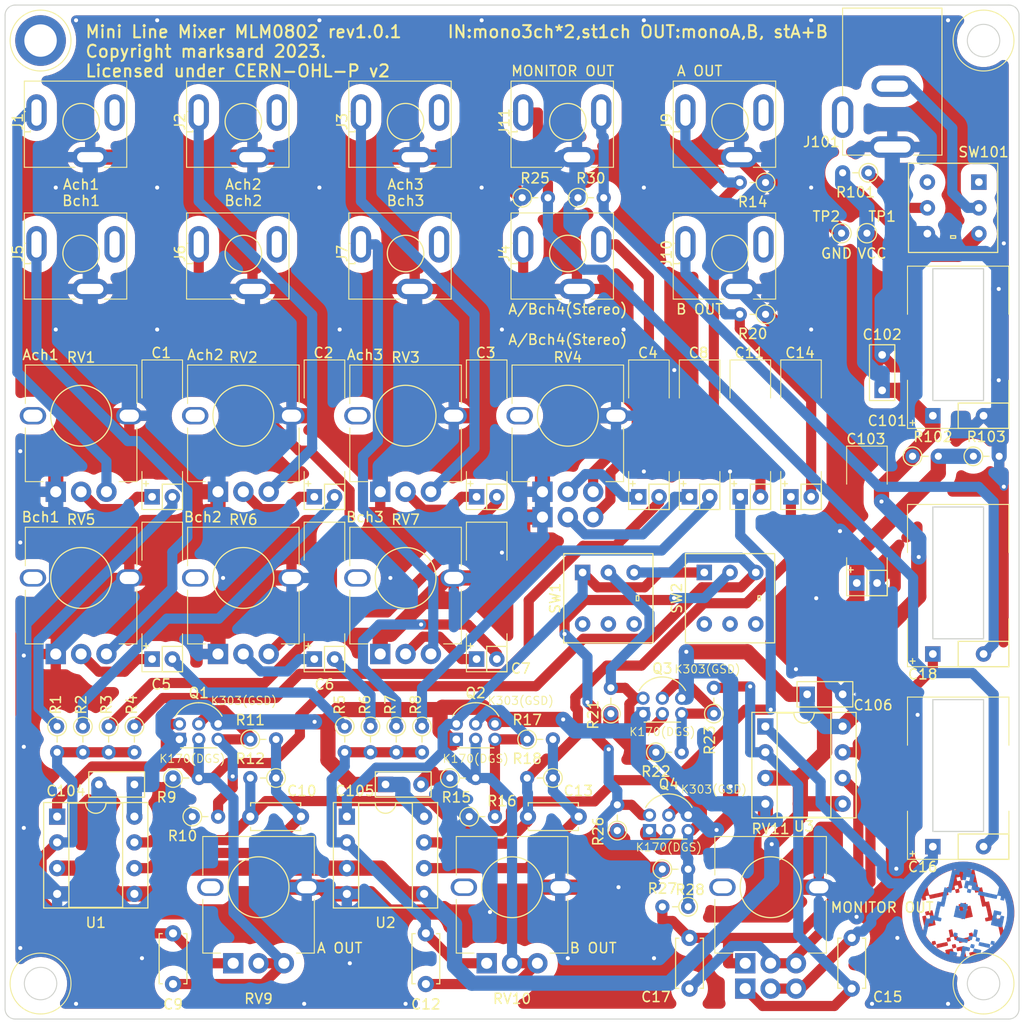
<source format=kicad_pcb>
(kicad_pcb (version 20211014) (generator pcbnew)
  (title_block (title "Mini Line Mixer MLM0802 rev1.0.1") (date "2023-03-01"))
  (layers (0 "F.Cu" signal) (31 "B.Cu" signal) (34 "B.Paste" user) (35 "F.Paste" user) (36 "B.SilkS" user "B.Silkscreen") (37 "F.SilkS" user "F.Silkscreen") (38 "B.Mask" user) (39 "F.Mask" user) (44 "Edge.Cuts" user))
  (net 0 "")
  (net 1 "Net-(C1-Pad1)")
  (net 2 "Net-(C1-Pad2)")
  (net 3 "Net-(C2-Pad1)")
  (net 4 "Net-(C2-Pad2)")
  (net 5 "Net-(C3-Pad1)")
  (net 6 "Net-(C3-Pad2)")
  (net 7 "Net-(C4-Pad1)")
  (net 8 "Net-(C4-Pad2)")
  (net 9 "Net-(C5-Pad1)")
  (net 10 "Net-(C5-Pad2)")
  (net 11 "Net-(C6-Pad1)")
  (net 12 "Net-(C6-Pad2)")
  (net 13 "Net-(C7-Pad1)")
  (net 14 "Net-(C7-Pad2)")
  (net 15 "Net-(C8-Pad1)")
  (net 16 "Net-(C8-Pad2)")
  (net 17 "InputMixA")
  (net 18 "InvMixedA")
  (net 19 "Net-(C10-Pad1)")
  (net 20 "Net-(C10-Pad2)")
  (net 21 "InputMixB")
  (net 22 "InvMixedB")
  (net 23 "Net-(C13-Pad1)")
  (net 24 "Net-(C13-Pad2)")
  (net 25 "Net-(C15-Pad1)")
  (net 26 "Net-(C15-Pad2)")
  (net 27 "Net-(C16-Pad2)")
  (net 28 "Net-(C17-Pad1)")
  (net 29 "Net-(C17-Pad2)")
  (net 30 "Net-(C11-Pad2)")
  (net 31 "GND")
  (net 32 "BIAS")
  (net 33 "+9V")
  (net 35 "Net-(J1-PadT)")
  (net 37 "Net-(J2-PadT)")
  (net 39 "Net-(J3-PadT)")
  (net 40 "Net-(J4-PadR)")
  (net 41 "Net-(J4-PadT)")
  (net 43 "Net-(J5-PadT)")
  (net 45 "Net-(J6-PadT)")
  (net 47 "Net-(J7-PadT)")
  (net 49 "Net-(C14-Pad2)")
  (net 51 "Net-(C18-Pad2)")
  (net 52 "Net-(J101-Pad2)")
  (net 53 "LchSelectA{slash}B")
  (net 54 "RchSelectA{slash}B")
  (net 55 "Net-(R101-Pad1)")
  (net 63 "Net-(Q1-Pad3)")
  (net 64 "Net-(Q2-Pad3)")
  (net 65 "Net-(Q3-Pad3)")
  (net 66 "Net-(Q4-Pad3)")
  (footprint "Package_DIP:DIP-8_W7.62mm_Socket" (layer "F.Cu") (at 50.71 101.54)
    (fp_text reference "U2")
    (fp_text value "NJM5532")
  )
  (footprint "Resistor_THT:R_Axial_DIN0204_L3.6mm_D1.6mm_P2.54mm_Vertical" (layer "F.Cu") (at 81.825 106.726)
    (fp_text reference "R27")
    (fp_text value "51k")
  )
  (footprint "TestPoint:TestPoint_THTPad_D1.5mm_Drill0.7mm" (layer "F.Cu") (at 99.5 44)
    (fp_text reference "TP2")
    (fp_text value "GND")
  )
  (footprint "Marksard_Audio:Capacitor_THT_2.5_3.6_Ceramic" (layer "F.Cu") (at 103.5 59.5 90)
    (fp_text reference "C102")
    (fp_text value "100n")
  )
  (footprint "Marksard_Audio:MJ-355W" (layer "F.Cu") (at 72.5 46 90)
    (fp_text reference "J4")
    (fp_text value "A/Bch4")
  )
  (footprint "Marksard_Audio:Capacitor_THT_5x11_Holizontal" (layer "F.Cu") (at 89.5 70)
    (fp_text reference "C11")
    (fp_text value "47u")
  )
  (footprint "Marksard_Audio:Potentiometer_THT_RK09L1140" (layer "F.Cu") (at 24.5 62)
    (fp_text reference "RV1")
    (fp_text value "A10k")
  )
  (footprint "Resistor_THT:R_Axial_DIN0204_L3.6mm_D1.6mm_P2.54mm_Vertical" (layer "F.Cu") (at 68 40.5)
    (fp_text reference "R25")
    (fp_text value "10k")
  )
  (footprint "Marksard_Audio:MJ-355W" (layer "F.Cu") (at 40.5 33 90)
    (fp_text reference "J2")
    (fp_text value "Ach2")
  )
  (footprint "Marksard_Audio:TO-92_K170-303L" (layer "F.Cu") (at 79.92 91.38)
    (fp_text reference "Q3")
    (fp_text value "2SK170 or 2SK303L")
  )
  (footprint "Marksard_Audio:MJ-355W" (layer "F.Cu") (at 24.5 33 90)
    (fp_text reference "J1")
    (fp_text value "Ach1")
  )
  (footprint "Capacitor_THT:C_Disc_D4.7mm_W2.5mm_P5.00mm" (layer "F.Cu") (at 33.565 113.05 -90)
    (fp_text reference "C9")
    (fp_text value "22p")
  )
  (footprint "Resistor_THT:R_Axial_DIN0204_L3.6mm_D1.6mm_P2.54mm_Vertical" (layer "F.Cu") (at 112.5 66)
    (fp_text reference "R103")
    (fp_text value "4.7k")
  )
  (footprint "Resistor_THT:R_Axial_DIN0204_L3.6mm_D1.6mm_P2.54mm_Vertical" (layer "F.Cu") (at 60.87 97.73)
    (fp_text reference "R15")
    (fp_text value "1meg")
  )
  (footprint "Resistor_THT:R_Axial_DIN0204_L3.6mm_D1.6mm_P2.54mm_Vertical" (layer "F.Cu") (at 73.5 40.5)
    (fp_text reference "R30")
    (fp_text value "10k")
  )
  (footprint "Marksard_Audio:MJ-355W" (layer "F.Cu") (at 24.5 46 90)
    (fp_text reference "J5")
    (fp_text value "Bch1")
  )
  (footprint "Resistor_THT:R_Axial_DIN0204_L3.6mm_D1.6mm_P2.54mm_Vertical" (layer "F.Cu") (at 92 52 180)
    (fp_text reference "R20")
    (fp_text value "10k")
  )
  (footprint "Resistor_THT:R_Axial_DIN0204_L3.6mm_D1.6mm_P2.54mm_Vertical" (layer "F.Cu") (at 71.03 97.73 180)
    (fp_text reference "R18")
    (fp_text value "51k")
  )
  (footprint "Marksard_Audio:Potentiometer_THT_RK09L1240" (layer "F.Cu") (at 72.5 62)
    (fp_text reference "RV4")
    (fp_text value "A10k")
  )
  (footprint "Marksard_Audio:Capacitor_THT_5x11_Holizontal" (layer "F.Cu") (at 94.5 70)
    (fp_text reference "C14")
    (fp_text value "47u")
  )
  (footprint "Marksard_Audio:Capacitor_THT_2.5_3.6_Ceramic" (layer "F.Cu") (at 96.105 89.475)
    (fp_text reference "C106")
    (fp_text value "100n")
  )
  (footprint "Marksard_Audio:Potentiometer_THT_RK09L1140" (layer "F.Cu") (at 40.5 78)
    (fp_text reference "RV6")
    (fp_text value "A10k")
  )
  (footprint "Resistor_THT:R_Axial_DIN0204_L3.6mm_D1.6mm_P2.54mm_Vertical" (layer "F.Cu") (at 102.145 38.04 180)
    (fp_text reference "R101")
    (fp_text value "1.5k")
  )
  (footprint "Resistor_THT:R_Axial_DIN0204_L3.6mm_D1.6mm_P2.54mm_Vertical" (layer "F.Cu") (at 33.565 97.73)
    (fp_text reference "R9")
    (fp_text value "1meg")
  )
  (footprint "Resistor_THT:R_Axial_DIN0204_L3.6mm_D1.6mm_P2.54mm_Vertical" (layer "F.Cu") (at 92 39 180)
    (fp_text reference "R14")
    (fp_text value "10k")
  )
  (footprint "Marksard_Audio:Capacitor_THT_5x11_Holizontal" (layer "F.Cu") (at 31.5 70)
    (fp_text reference "C1")
    (fp_text value "1u")
  )
  (footprint "Capacitor_THT:C_Disc_D4.7mm_W2.5mm_P5.00mm" (layer "F.Cu") (at 84.5 113.5 -90)
    (fp_text reference "C17")
    (fp_text value "22p")
  )
  (footprint "Resistor_THT:R_Axial_DIN0204_L3.6mm_D1.6mm_P2.54mm_Vertical" (layer "F.Cu") (at 24.675 92.65 -90)
    (fp_text reference "R2")
    (fp_text value "51k")
  )
  (footprint "Resistor_THT:R_Axial_DIN0204_L3.6mm_D1.6mm_P2.54mm_Vertical" (layer "F.Cu") (at 55.58 92.65 -90)
    (fp_text reference "R7")
    (fp_text value "51k")
  )
  (footprint "Package_DIP:DIP-8_W7.62mm_Socket" (layer "F.Cu") (at 91.985 92.65)
    (fp_text reference "U3")
    (fp_text value "NJM5532")
  )
  (footprint "Marksard_Audio:Potentiometer_THT_RK09L1140" (layer "F.Cu") (at 24.5 78)
    (fp_text reference "RV5")
    (fp_text value "A10k")
  )
  (footprint "Marksard_Audio:Potentiometer_THT_RK09L1140" (layer "F.Cu") (at 40.5 62)
    (fp_text reference "RV2")
    (fp_text value "A10k")
  )
  (footprint "Marksard_Audio:MJ-179P" (layer "F.Cu") (at 104.5 21.8)
    (fp_text reference "J101")
    (fp_text value "Center -")
  )
  (footprint "Resistor_THT:R_Axial_DIN0204_L3.6mm_D1.6mm_P2.54mm_Vertical" (layer "F.Cu") (at 41.185 93.92)
    (fp_text reference "R11")
    (fp_text value "27k")
  )
  (footprint "Marksard_Audio:MJ-355W" (layer "F.Cu") (at 40.5 46 90)
    (fp_text reference "J6")
    (fp_text value "Bch2")
  )
  (footprint "Marksard_Audio:Capacitor_THT_5x11_Holizontal" (layer "F.Cu") (at 63.5 86)
    (fp_text reference "C7")
    (fp_text value "1u")
  )
  (footprint "Marksard_Audio:Capacitor_THT_5x11_Holizontal" (layer "F.Cu") (at 63.5 70)
    (fp_text reference "C3")
    (fp_text value "1u")
  )
  (footprint "Marksard_Audio:Capacitor_THT_5x11_Holizontal" (layer "F.Cu") (at 101 78.5)
    (fp_text reference "C103")
    (fp_text value "47u")
  )
  (footprint "Marksard_Audio:MJ-355W" (layer "F.Cu") (at 88.5 46 90)
    (fp_text reference "J10")
    (fp_text value "B Out")
  )
  (footprint "Capacitor_THT:C_Disc_D4.7mm_W2.5mm_P5.00mm" (layer "F.Cu") (at 46.185 101.54 180)
    (fp_text reference "C10")
    (fp_text value "22p")
  )
  (footprint "Marksard_Audio:B-12CCPR" (layer "F.Cu") (at 76.5 80 90)
    (fp_text reference "SW1")
    (fp_text value "Lch Selecter")
  )
  (footprint "Marksard_Audio:MJ-355W" (layer "F.Cu") (at 88.5 33 90)
    (fp_text reference "J9")
    (fp_text value "A Out")
  )
  (footprint "Marksard_Audio:Capacitor_THT_2.5_3.6_Ceramic" (layer "F.Cu") (at 54.52 98.365)
    (fp_text reference "C105")
    (fp_text value "100n")
  )
  (footprint "Marksard_Audio:Capacitor_THT_5x11_Holizontal" (layer "F.Cu") (at 84.5 70)
    (fp_text reference "C8")
    (fp_text value "1u")
  )
  (footprint "Marksard_Audio:Capacitor_THT_5x11_Holizontal" (layer "F.Cu") (at 79.5 70)
    (fp_text reference "C4")
    (fp_text value "1u")
  )
  (footprint "Marksard_Audio:Capacitor_THT_5x11_Holizontal" (layer "F.Cu") (at 31.5 86)
    (fp_text reference "C5")
    (fp_text value "1u")
  )
  (footprint "Resistor_THT:R_Axial_DIN0204_L3.6mm_D1.6mm_P2.54mm_Vertical" (layer "F.Cu") (at 53.04 92.65 -90)
    (fp_text reference "R6")
    (fp_text value "51k")
  )
  (footprint "Marksard_Audio:MiniLineMixer_PCB_v1.0.0" (layer "F.Cu") (at 20.5 25)
    (fp_text reference "H1" hide)
    (fp_text value "Marksard_Audio:MiniLineMixer_PCB_v1.0.0" hide)
    (fp_line (start 96.5 95.5) (end 96.5 -2.5) (layer "Edge.Cuts") (width 0.1))
    (fp_line (start 95.5 -3.5) (end -2.5 -3.5) (layer "Edge.Cuts") (width 0.1))
    (fp_line (start -3.5 -2.5) (end -3.5 95.5) (layer "Edge.Cuts") (width 0.1))
    (fp_line (start -2.5 96.5) (end 95.5 96.5) (layer "Edge.Cuts") (width 0.1))
    (fp_arc (start 95.5 -3.5) (mid 96.207107 -3.207107) (end 96.5 -2.5) (layer "Edge.Cuts") (width 0.1))
    (fp_arc (start -2.5 96.5) (mid -3.207107 96.207107) (end -3.5 95.5) (layer "Edge.Cuts") (width 0.1))
    (fp_arc (start 96.5 95.5) (mid 96.207107 96.207107) (end 95.5 96.5) (layer "Edge.Cuts") (width 0.1))
    (fp_arc (start -3.5 -2.5) (mid -3.207107 -3.207107) (end -2.5 -3.5) (layer "Edge.Cuts") (width 0.1))
    (fp_circle (center 93 93) (end 94.6 93) (layer "Edge.Cuts") (width 0.1) (fill none))
    (fp_circle (center 0 93) (end 1.6 93) (layer "Edge.Cuts") (width 0.1) (fill none))
    (fp_circle (center 93 0) (end 94.6 0) (layer "Edge.Cuts") (width 0.1) (fill none))
  )
  (footprint "Marksard_Audio:TO-92_K170-303L" (layer "F.Cu") (at 61.505 93.92)
    (fp_text reference "Q2")
    (fp_text value "2SK170 or 2SK303L")
  )
  (footprint "Marksard_Audio:MJ-355W" (layer "F.Cu") (at 56.5 33 90)
    (fp_text reference "J3")
    (fp_text value "Ach3")
  )
  (footprint "Resistor_THT:R_Axial_DIN0204_L3.6mm_D1.6mm_P2.54mm_Vertical" (layer "F.Cu") (at 81.19 95.19)
    (fp_text reference "R22")
    (fp_text value "51k")
  )
  (footprint "Resistor_THT:R_Axial_DIN0204_L3.6mm_D1.6mm_P2.54mm_Vertical" (layer "F.Cu") (at 50.5 92.65 -90)
    (fp_text reference "R5")
    (fp_text value "51k")
  )
  (footprint "Resistor_THT:R_Axial_DIN0204_L3.6mm_D1.6mm_P2.54mm_Vertical" (layer "F.Cu") (at 62.775 101.54)
    (fp_text reference "R16")
    (fp_text value "27k")
  )
  (footprint "Marksard_Audio:Potentiometer_THT_RK09L1140" (layer "F.Cu") (at 56.5 78)
    (fp_text reference "RV7")
    (fp_text value "A10k")
  )
  (footprint "Marksard_Audio:B-12CCPR" (layer "F.Cu") (at 110.5 41.5)
    (fp_text reference "SW101")
    (fp_text value "Power Sw")
  )
  (footprint "Resistor_THT:R_Axial_DIN0204_L3.6mm_D1.6mm_P2.54mm_Vertical" (layer "F.Cu") (at 84.365 110.43 180)
    (fp_text reference "R28")
    (fp_text value "20k")
  )
  (footprint "Marksard_Audio:Capacitor_THT_10x12.5_Holizontal" (layer "F.Cu") (at 108.5 62)
    (fp_text reference "C101")
    (fp_text value "100u")
    (fp_rect (start 0 -14.5) (end 5 -1.5) (layer "Edge.Cuts") (width 0.12) (fill none))
  )
  (footprint "Capacitor_THT:C_Disc_D4.7mm_W2.5mm_P5.00mm" (layer "F.Cu") (at 58.5 113.05 -90)
    (fp_text reference "C12")
    (fp_text value "22p")
  )
  (footprint "Marksard_Audio:Capacitor_THT_10x12.5_Holizontal" (layer "F.Cu") (at 108.5 85.5)
    (fp_text reference "C18")
    (fp_text value "470u")
    (fp_rect (start 0 -14.5) (end 5 -1.5) (layer "Edge.Cuts") (width 0.12) (fill none))
  )
  (footprint "Resistor_THT:R_Axial_DIN0204_L3.6mm_D1.6mm_P2.54mm_Vertical" (layer "F.Cu") (at 22.135 92.65 -90)
    (fp_text reference "R1")
    (fp_text value "51k")
  )
  (footprint "Marksard_Audio:TO-92_K170-303L" (layer "F.Cu") (at 34.2 93.92)
    (fp_text reference "Q1")
    (fp_text value "2SK170 or 2SK303L")
  )
  (footprint "Resistor_THT:R_Axial_DIN0204_L3.6mm_D1.6mm_P2.54mm_Vertical" (layer "F.Cu") (at 76.745 91.38 90)
    (fp_text reference "R21")
    (fp_text value "1meg")
  )
  (footprint "Resistor_THT:R_Axial_DIN0204_L3.6mm_D1.6mm_P2.54mm_Vertical" (layer "F.Cu") (at 86.905 91.38 90)
    (fp_text reference "R23")
    (fp_text value "20k")
  )
  (footprint "Marksard_Audio:Potentiometer_THT_RK09L1140" (layer "F.Cu") (at 56.5 62)
    (fp_text reference "RV3")
    (fp_text value "A10k")
  )
  (footprint "Marksard_Audio:Potentiometer_THT_RK09L1140" (layer "F.Cu") (at 42 108.5)
    (fp_text reference "RV9")
    (fp_text value "B100k")
  )
  (footprint "Marksard_Audio:TO-92_K170-303L" (layer "F.Cu") (at 80.555 102.916)
    (fp_text reference "Q4")
    (fp_text value "2SK170 or 2SK303L")
  )
  (footprint "Marksard_Audio:Capacitor_THT_2.5_3.6_Ceramic" (layer "F.Cu") (at 29.755 98.365 180)
    (fp_text reference "C104")
    (fp_text value "100n")
  )
  (footprint "Resistor_THT:R_Axial_DIN0204_L3.6mm_D1.6mm_P2.54mm_Vertical" (layer "F.Cu") (at 43.725 97.73 180)
    (fp_text reference "R12")
    (fp_text value "51k")
  )
  (footprint "Marksard_Audio:Capacitor_THT_5x11_Holizontal" (layer "F.Cu") (at 47.5 86)
    (fp_text reference "C6")
    (fp_text value "1u")
  )
  (footprint "Resistor_THT:R_Axial_DIN0204_L3.6mm_D1.6mm_P2.54mm_Vertical" (layer "F.Cu") (at 68.49 93.92)
    (fp_text reference "R17")
    (fp_text value "27k")
  )
  (footprint "SMK:marksard_logo" (layer "F.Cu") (at 111.5 111)
    (fp_text reference "H2" hide)
    (fp_text value "Marksard Logo" hide)
  )
  (footprint "Resistor_THT:R_Axial_DIN0204_L3.6mm_D1.6mm_P2.54mm_Vertical" (layer "F.Cu") (at 106.5 66)
    (fp_text reference "R102")
    (fp_text value "4.7k")
  )
  (footprint "Marksard_Audio:Potentiometer_THT_RK09L1240" (layer "F.Cu") (at 92.5 108.5)
    (fp_text reference "RV11")
    (fp_text value "B50k")
  )
  (footprint "Resistor_THT:R_Axial_DIN0204_L3.6mm_D1.6mm_P2.54mm_Vertical" (layer "F.Cu") (at 77.38 102.916 90)
    (fp_text reference "R26")
    (fp_text value "1meg")
  )
  (footprint "Marksard_Audio:MJ-355W" (layer "F.Cu") (at 56.5 46 90)
    (fp_text reference "J7")
    (fp_text value "Bch3")
  )
  (footprint "Capacitor_THT:C_Disc_D4.7mm_W2.5mm_P5.00mm" (layer "F.Cu") (at 73.57 101.54 180)
    (fp_text reference "C13")
    (fp_text value "22p")
  )
  (footprint "Marksard_Audio:MJ-355W" (layer "F.Cu") (at 72.5 33 90)
    (fp_text reference "J11")
    (fp_text value "Phone Out")
  )
  (footprint "Package_DIP:DIP-8_W7.62mm_Socket" (layer "F.Cu") (at 22.135 101.54)
    (fp_text reference "U1")
    (fp_text value "NJM5532")
  )
  (footprint "Marksard_Audio:Potentiometer_THT_RK09L1140" (layer "F.Cu") (at 67 108.5)
    (fp_text reference "RV10")
    (fp_text value "B100k")
  )
  (footprint "Marksard_Audio:Capacitor_THT_5x11_Holizontal" (layer "F.Cu") (at 47.5 70)
    (fp_text reference "C2")
    (fp_text value "1u")
  )
  (footprint "Resistor_THT:R_Axial_DIN0204_L3.6mm_D1.6mm_P2.54mm_Vertical" (layer "F.Cu") (at 29.755 92.65 -90)
    (fp_text reference "R4")
    (fp_text value "51k")
  )
  (footprint "Resistor_THT:R_Axial_DIN0204_L3.6mm_D1.6mm_P2.54mm_Vertical" (layer "F.Cu") (at 27.215 92.65 -90)
    (fp_text reference "R3")
    (fp_text value "51k")
  )
  (footprint "Marksard_Audio:Capacitor_THT_10x12.5_Holizontal" (layer "F.Cu") (at 108.5 104.5)
    (fp_text reference "C16")
    (fp_text value "470u")
    (fp_rect (start 0 -14.5) (end 5 -1.5) (layer "Edge.Cuts") (width 0.12) (fill none))
  )
  (footprint "Capacitor_THT:C_Disc_D4.7mm_W2.5mm_P5.00mm" (layer "F.Cu") (at 100.5 118.5 90)
    (fp_text reference "C15")
    (fp_text value "22p")
  )
  (footprint "Resistor_THT:R_Axial_DIN0204_L3.6mm_D1.6mm_P2.54mm_Vertical" (layer "F.Cu") (at 35.47 101.54)
    (fp_text reference "R10")
    (fp_text value "27k")
  )
  (footprint "TestPoint:TestPoint_THTPad_D1.5mm_Drill0.7mm" (layer "F.Cu") (at 102 44)
    (fp_text reference "TP1")
    (fp_text value "VCC")
  )
  (footprint "Resistor_THT:R_Axial_DIN0204_L3.6mm_D1.6mm_P2.54mm_Vertical" (layer "F.Cu") (at 58.12 92.65 -90)
    (fp_text reference "R8")
    (fp_text value "51k")
  )
  (footprint "Marksard_Audio:B-12CCPR" (layer "F.Cu") (at 88.5 80 90)
    (fp_text reference "SW2")
    (fp_text value "Rch Selecter")
  )
  (footprint "SMK:marksard_logo" (layer "B.Cu") (at 111.5 111 180)
    (fp_text reference "H3" hide)
    (fp_text value "Marksard Logo" hide)
  )
  (gr_text "Ach3" (at 52.5 56) (layer "F.SilkS") (effects (font (size 1 1))))
  (gr_text "MONITOR OUT" (at 72 28) (layer "F.SilkS") (effects (font (size 1 1))))
  (gr_text "Ach3\nBch3" (at 56.5 40) (layer "F.SilkS") (effects (font (size 1 1))))
  (gr_text "Ach2\nBch2" (at 40.5 40) (layer "F.SilkS") (effects (font (size 1 1))))
  (gr_text "Ach1" (at 20.5 56) (layer "F.SilkS") (effects (font (size 1 1))))
  (gr_text "B OUT" (at 85.5 51.5) (layer "F.SilkS") (effects (font (size 1 1))))
  (gr_text "A OUT" (at 50 114.5) (layer "F.SilkS") (effects (font (size 1 1))))
  (gr_text "Bch1" (at 20.5 72) (layer "F.SilkS") (effects (font (size 1 1))))
  (gr_text "B OUT" (at 75 114.5) (layer "F.SilkS") (effects (font (size 1 1))))
  (gr_text "Mini Line Mixer MLM0802 rev1.0.1     IN:mono3ch*2,st1ch OUT:monoA,B, stA+B\nCopyright marksard 2023.\nLicensed under CERN-OHL-P v2\n\n" (at 24.818 27.032) (layer "F.SilkS") (effects (font (size 1.2 1.2) (thickness 0.2)) (justify left)))
  (gr_text "A/Bch4(Stereo)" (at 72.5 54.5) (layer "F.SilkS") (effects (font (size 1 1))))
  (gr_text "Ach1\nBch1" (at 24.5 40) (layer "F.SilkS") (effects (font (size 1 1))))
  (gr_text "Bch2" (at 36.5 72) (layer "F.SilkS") (effects (font (size 1 1))))
  (gr_text "Ach2" (at 36.75 56) (layer "F.SilkS") (effects (font (size 1 1))))
  (gr_text "Bch3" (at 52.5 72) (layer "F.SilkS") (effects (font (size 1 1))))
  (gr_text "A OUT" (at 85.5 28) (layer "F.SilkS") (effects (font (size 1 1))))
  (gr_text "A/Bch4(Stereo)" (at 72.5 51.5) (layer "F.SilkS") (effects (font (size 1 1))))
  (gr_text "MONITOR OUT" (at 103.5 110.5) (layer "F.SilkS") (effects (font (size 1 1))))
  (segment (start 31.5 70) (end 30.0379 70) (width 1) (layer "F.Cu") (net 1))
  (segment (start 28.8319 71.206) (end 26.206 71.206) (width 1) (layer "F.Cu") (net 1))
  (segment (start 30.0379 70) (end 28.8319 71.206) (width 1) (layer "F.Cu") (net 1))
  (segment (start 26.206 71.206) (end 24.5 69.5) (width 1) (layer "F.Cu") (net 1))
  (segment (start 33.5 70.9789) (end 33.5 70) (width 1) (layer "B.Cu") (net 2))
  (segment (start 22.135 92.65) (end 20.2998 90.8148) (width 1) (layer "B.Cu") (net 2))
  (segment (start 20.2998 84.1791) (end 33.5 70.9789) (width 1) (layer "B.Cu") (net 2))
  (segment (start 20.2998 90.8148) (end 20.2998 84.1791) (width 1) (layer "B.Cu") (net 2))
  (segment (start 46.0379 70) (end 44.8319 71.206) (width 1) (layer "F.Cu") (net 3))
  (segment (start 42.206 71.206) (end 40.5 69.5) (width 1) (layer "F.Cu") (net 3))
  (segment (start 47.5 70) (end 46.0379 70) (width 1) (layer "F.Cu") (net 3))
  (segment (start 44.8319 71.206) (end 42.206 71.206) (width 1) (layer "F.Cu") (net 3))
  (segment (start 32.9678 82.0124) (end 24.675 90.3052) (width 1) (layer "B.Cu") (net 4))
  (segment (start 49.5 70) (end 49.5 70.578) (width 1) (layer "B.Cu") (net 4))
  (segment (start 38.0656 82.0124) (end 32.9678 82.0124) (width 1) (layer "B.Cu") (net 4))
  (segment (start 49.5 70.578) (end 38.0656 82.0124) (width 1) (layer "B.Cu") (net 4))
  (segment (start 24.675 90.3052) (end 24.675 92.65) (width 1) (layer "B.Cu") (net 4))
  (segment (start 58.2712 71.2712) (end 60.7667 71.2712) (width 1) (layer "F.Cu") (net 5))
  (segment (start 56.5 69.5) (end 58.2712 71.2712) (width 1) (layer "F.Cu") (net 5))
  (segment (start 63.5 70) (end 62.0379 70) (width 1) (layer "F.Cu") (net 5))
  (segment (start 60.7667 71.2712) (end 62.0379 70) (width 1) (layer "F.Cu") (net 5))
  (segment (start 65.5 70) (end 65.5 70.5777) (width 1) (layer "F.Cu") (net 6))
  (segment (start 65.5 70.5777) (end 54.681 81.3967) (width 1) (layer "F.Cu") (net 6))
  (segment (start 31.5054 88.3596) (end 27.215 92.65) (width 1) (layer "F.Cu") (net 6))
  (segment (start 54.681 81.3967) (end 49.5469 81.3967) (width 1) (layer "F.Cu") (net 6))
  (segment (start 42.584 88.3596) (end 31.5054 88.3596) (width 1) (layer "F.Cu") (net 6))
  (segment (start 49.5469 81.3967) (end 42.584 88.3596) (width 1) (layer "F.Cu") (net 6))
  (segment (start 78.0379 70) (end 75.7994 67.7615) (width 1) (layer "B.Cu") (net 7))
  (segment (start 74.2385 67.7615) (end 72.5 69.5) (width 1) (layer "B.Cu") (net 7))
  (segment (start 79.5 70) (end 78.0379 70) (width 1) (layer "B.Cu") (net 7))
  (segment (start 75.7994 67.7615) (end 74.2385 67.7615) (width 1) (layer "B.Cu") (net 7))
  (segment (start 43.6619 89.8381) (end 32.5669 89.8381) (width 1) (layer "F.Cu") (net 8))
  (segment (start 46.0378 87.4622) (end 43.6619 89.8381) (width 1) (layer "F.Cu") (net 8))
  (segment (start 81.5 70.5483) (end 77.217 74.8313) (width 1) (layer "F.Cu") (net 8))
  (segment (start 68.6446 84.938) (end 66.1204 87.4622) (width 1) (layer "F.Cu") (net 8))
  (segment (start 66.1204 87.4622) (end 46.0378 87.4622) (width 1) (layer "F.Cu") (net 8))
  (segment (start 32.5669 89.8381) (end 29.755 92.65) (width 1) (layer "F.Cu") (net 8))
  (segment (start 77.217 74.8313) (end 74.0123 74.8313) (width 1) (layer "F.Cu") (net 8))
  (segment (start 74.0123 74.8313) (end 68.6446 80.199) (width 1) (layer "F.Cu") (net 8))
  (segment (start 81.5 70) (end 81.5 70.5483) (width 1) (layer "F.Cu") (net 8))
  (segment (start 68.6446 80.199) (end 68.6446 84.938) (width 1) (layer "F.Cu") (net 8))
  (segment (start 31.5 86) (end 30.0379 86) (width 1) (layer "F.Cu") (net 9))
  (segment (start 26.2458 87.2458) (end 24.5 85.5) (width 1) (layer "F.Cu") (net 9))
  (segment (start 30.0379 86) (end 28.7921 87.2458) (width 1) (layer "F.Cu") (net 9))
  (segment (start 28.7921 87.2458) (end 26.2458 87.2458) (width 1) (layer "F.Cu") (net 9))
  (segment (start 50.5 92.65) (end 47.1519 89.3019) (width 1) (layer "B.Cu") (net 10))
  (segment (start 47.1519 89.3019) (end 36.8019 89.3019) (width 1) (layer "B.Cu") (net 10))
  (segment (start 36.8019 89.3019) (end 33.5 86) (width 1) (layer "B.Cu") (net 10))
  (segment (start 42.2189 87.2189) (end 40.5 85.5) (width 1) (layer "B.Cu") (net 11))
  (segment (start 44.819 87.2189) (end 42.2189 87.2189) (width 1) (layer "B.Cu") (net 11))
  (segment (start 47.5 86) (end 46.0379 86) (width 1) (layer "B.Cu") (net 11))
  (segment (start 46.0379 86) (end 44.819 87.2189) (width 1) (layer "B.Cu") (net 11))
  (segment (start 53.04 89.54) (end 53.04 92.65) (width 1) (layer "B.Cu") (net 12))
  (segment (start 49.5 86) (end 53.04 89.54) (width 1) (layer "B.Cu") (net 12))
  (segment (start 63.5 86) (end 62.0379 86) (width 1) (layer "F.Cu") (net 13))
  (segment (start 58.2037 83.7963) (end 59.8342 83.7963) (width 1) (layer "F.Cu") (net 13))
  (segment (start 56.5 85.5) (end 58.2037 83.7963) (width 1) (layer "F.Cu") (net 13))
  (segment (start 59.8342 83.7963) (end 62.0379 86) (width 1) (layer "F.Cu") (net 13))
  (segment (start 65.5 85.462) (end 62.6301 82.5921) (width 1) (layer "F.Cu") (net 14))
  (segment (start 65.5 86) (end 65.5 85.462) (width 1) (layer "F.Cu") (net 14))
  (segment (start 62.6301 82.5921) (end 58.0311 82.5921) (width 1) (layer "F.Cu") (net 14))
  (via (at 58.0311 82.5921) (size 0.8) (drill 0.4) (layers "F.Cu" "B.Cu") (net 14))
  (segment (start 53.9048 82.5921) (end 52.2998 84.1971) (width 1) (layer "B.Cu") (net 14))
  (segment (start 55.58 90.1341) (end 55.58 92.65) (width 1) (layer "B.Cu") (net 14))
  (segment (start 52.2998 86.8539) (end 55.58 90.1341) (width 1) (layer "B.Cu") (net 14))
  (segment (start 52.2998 84.1971) (end 52.2998 86.8539) (width 1) (layer "B.Cu") (net 14))
  (segment (start 58.0311 82.5921) (end 53.9048 82.5921) (width 1) (layer "B.Cu") (net 14))
  (segment (start 83.0379 70.5483) (end 79.8856 73.7006) (width 1) (layer "B.Cu") (net 15))
  (segment (start 74.2006 73.7006) (end 72.5 72) (width 1) (layer "B.Cu") (net 15))
  (segment (start 84.5 70) (end 83.0379 70) (width 1) (layer "B.Cu") (net 15))
  (segment (start 83.0379 70) (end 83.0379 70.5483) (width 1) (layer "B.Cu") (net 15))
  (segment (start 79.8856 73.7006) (end 74.2006 73.7006) (width 1) (layer "B.Cu") (net 15))
  (segment (start 71.6798 75.2955) (end 58.12 88.8553) (width 1) (layer "B.Cu") (net 16))
  (segment (start 81.7528 75.2955) (end 71.6798 75.2955) (width 1) (layer "B.Cu") (net 16))
  (segment (start 86.5 70.5483) (end 81.7528 75.2955) (width 1) (layer "B.Cu") (net 16))
  (segment (start 58.12 88.8553) (end 58.12 92.65) (width 1) (layer "B.Cu") (net 16))
  (segment (start 86.5 70) (end 86.5 70.5483) (width 1) (layer "B.Cu") (net 16))
  (segment (start 33.565 113.05) (end 23.8617 113.05) (width 1) (layer "F.Cu") (net 17))
  (segment (start 20.6041 105.6109) (end 22.135 104.08) (width 1) (layer "F.Cu") (net 17))
  (segment (start 39.5 116) (end 36.515 116) (width 1) (layer "F.Cu") (net 17))
  (segment (start 36.515 116) (end 33.565 113.05) (width 1) (layer "F.Cu") (net 17))
  (segment (start 29.755 95.19) (end 27.215 95.19) (width 1) (layer "F.Cu") (net 17))
  (segment (start 20.6041 109.7924) (end 20.6041 105.6109) (width 1) (layer "F.Cu") (net 17))
  (segment (start 23.8617 113.05) (end 20.6041 109.7924) (width 1) (layer "F.Cu") (net 17))
  (segment (start 27.215 95.19) (end 24.675 95.19) (width 1) (layer "F.Cu") (net 17))
  (segment (start 22.135 95.19) (end 24.675 95.19) (width 1) (layer "F.Cu") (net 17))
  (segment (start 22.135 95.19) (end 22.135 96.5901) (width 1) (layer "B.Cu") (net 17))
  (segment (start 23.6351 104.08) (end 23.6351 98.0902) (width 1) (layer "B.Cu") (net 17))
  (segment (start 23.6351 98.0902) (end 22.135 96.5901) (width 1) (layer "B.Cu") (net 17))
  (segment (start 22.135 104.08) (end 23.6351 104.08) (width 1) (layer "B.Cu") (net 17))
  (segment (start 34.6347 96.2597) (end 36.105 97.73) (width 1) (layer "F.Cu") (net 18))
  (segment (start 89.5777 78.9223) (end 91.04 77.46) (width 1) (layer "F.Cu") (net 18))
  (segment (start 25.5814 96.5935) (end 32.516 96.5935) (width 1) (layer "F.Cu") (net 18))
  (segment (start 74.0233 84.0022) (end 80.6543 84.0022) (width 1) (layer "F.Cu") (net 18))
  (segment (start 38.9858 96.2493) (end 43.3842 96.2493) (width 1) (layer "F.Cu") (net 18))
  (segment (start 33.4339 92.396) (end 32.8498 92.9801) (width 1) (layer "F.Cu") (net 18))
  (segment (start 32.8498 92.9801) (end 32.8498 96.2597) (width 1) (layer "F.Cu") (net 18))
  (segment (start 43.3842 96.2493) (end 46.0753 93.5582) (width 1) (layer "F.Cu") (net 18))
  (segment (start 36.105 97.73) (end 37.5051 97.73) (width 1) (layer "F.Cu") (net 18))
  (segment (start 46.0753 93.5582) (end 46.0753 91.5883) (width 1) (layer "F.Cu") (net 18))
  (segment (start 42 116) (end 44.5 116) (width 1) (layer "F.Cu") (net 18))
  (segment (start 69.352 88.6735) (end 74.0233 84.0022) (width 1) (layer "F.Cu") (net 18))
  (segment (start 32.516 96.5935) (end 32.8498 96.2597) (width 1) (layer "F.Cu") (net 18))
  (segment (start 22.135 100.0399) (end 25.5814 96.5935) (width 1) (layer "F.Cu") (net 18))
  (segment (start 48.9901 88.6735) (end 69.352 88.6735) (width 1) (layer "F.Cu") (net 18))
  (segment (start 37.5051 97.73) (end 38.9858 96.2493) (width 1) (layer "F.Cu") (net 18))
  (segment (start 42.45 118.05) (end 33.565 118.05) (width 1) (layer "F.Cu") (net 18))
  (segment (start 80.6543 84.0022) (end 85.7342 78.9223) (width 1) (layer "F.Cu") (net 18))
  (segment (start 32.8498 96.2597) (end 34.6347 96.2597) (width 1) (layer "F.Cu") (net 18))
  (segment (start 85.7342 78.9223) (end 89.5777 78.9223) (width 1) (layer "F.Cu") (net 18))
  (segment (start 34.2 92.396) (end 33.4339 92.396) (width 1) (layer "F.Cu") (net 18))
  (segment (start 44.5 116) (end 42.45 118.05) (width 1) (layer "F.Cu") (net 18))
  (segment (start 46.0753 91.5883) (end 48.9901 88.6735) (width 1) (layer "F.Cu") (net 18))
  (segment (start 22.135 101.54) (end 22.135 100.0399) (width 1) (layer "F.Cu") (net 18))
  (segment (start 36.105 93.92) (end 36.105 97.73) (width 1) (layer "B.Cu") (net 18))
  (segment (start 84.1354 75.9978) (end 82.6732 77.46) (width 1) (layer "B.Cu") (net 18))
  (segment (start 91.04 77.46) (end 89.5778 75.9978) (width 1) (layer "B.Cu") (net 18))
  (segment (start 36.105 97.73) (end 37.5051 97.73) (width 1) (layer "B.Cu") (net 18))
  (segment (start 82.6732 77.46) (end 79.04 77.46) (width 1) (layer "B.Cu") (net 18))
  (segment (start 39.5268 99.7517) (end 39.5268 111.0268) (width 1) (layer "B.Cu") (net 18))
  (segment (start 39.5268 111.0268) (end 44.5 116) (width 1) (layer "B.Cu") (net 18))
  (segment (start 37.5051 97.73) (end 39.5268 99.7517) (width 1) (layer "B.Cu") (net 18))
  (segment (start 89.5778 75.9978) (end 84.1354 75.9978) (width 1) (layer "B.Cu") (net 18))
  (segment (start 32.7552 105.1199) (end 42.6051 105.1199) (width 1) (layer "F.Cu") (net 19))
  (segment (start 31.2551 106.62) (end 32.7552 105.1199) (width 1) (layer "F.Cu") (net 19))
  (segment (start 29.755 106.62) (end 31.2551 106.62) (width 1) (layer "F.Cu") (net 19))
  (segment (start 42.6051 105.1199) (end 46.185 101.54) (width 1) (layer "F.Cu") (net 19))
  (segment (start 43.725 99.08) (end 43.725 97.73) (width 1) (layer "B.Cu") (net 19))
  (segment (start 46.185 101.54) (end 43.725 99.08) (width 1) (layer "B.Cu") (net 19))
  (segment (start 43.725 97.73) (end 43.725 93.92) (width 1) (layer "B.Cu") (net 19))
  (segment (start 66.8924 101.0154) (end 67.868 100.0398) (width 1) (layer "F.Cu") (net 20))
  (segment (start 42.7219 100.0031) (end 58.9648 100.0031) (width 1) (layer "F.Cu") (net 20))
  (segment (start 65.9004 102.9645) (end 66.8924 101.9725) (width 1) (layer "F.Cu") (net 20))
  (segment (start 31.4808 103.8543) (end 38.8707 103.8543) (width 1) (layer "F.Cu") (net 20))
  (segment (start 75.122 100.0398) (end 77.2176 97.9442) (width 1) (layer "F.Cu") (net 20))
  (segment (start 31.2551 104.08) (end 31.4808 103.8543) (width 1) (layer "F.Cu") (net 20))
  (segment (start 67.868 100.0398) (end 75.122 100.0398) (width 1) (layer "F.Cu") (net 20))
  (segment (start 77.2176 97.9442) (end 83.0668 97.9442) (width 1) (layer "F.Cu") (net 20))
  (segment (start 66.8924 101.9725) (end 66.8924 101.0154) (width 1) (layer "F.Cu") (net 20))
  (segment (start 38.8707 103.8543) (end 41.185 101.54) (width 1) (layer "F.Cu") (net 20))
  (segment (start 61.9262 102.9645) (end 65.9004 102.9645) (width 1) (layer "F.Cu") (net 20))
  (segment (start 90.0235 90.9875) (end 92.5119 90.9875) (width 1) (layer "F.Cu") (net 20))
  (segment (start 58.9648 100.0031) (end 61.9262 102.9645) (width 1) (layer "F.Cu") (net 20))
  (segment (start 83.0668 97.9442) (end 90.0235 90.9875) (width 1) (layer "F.Cu") (net 20))
  (segment (start 29.755 104.08) (end 31.2551 104.08) (width 1) (layer "F.Cu") (net 20))
  (segment (start 41.185 101.54) (end 42.7219 100.0031) (width 1) (layer "F.Cu") (net 20))
  (via (at 92.5119 90.9875) (size 0.8) (drill 0.4) (layers "F.Cu" "B.Cu") (net 20))
  (segment (start 89.5 73.8098) (end 92.5119 76.8217) (width 1) (layer "B.Cu") (net 20))
  (segment (start 41.185 101.54) (end 41.185 97.73) (width 1) (layer "B.Cu") (net 20))
  (segment (start 89.5 70) (end 89.5 73.8098) (width 1) (layer "B.Cu") (net 20))
  (segment (start 92.5119 76.8217) (end 92.5119 90.9875) (width 1) (layer "B.Cu") (net 20))
  (segment (start 64.5 116) (end 61.45 116) (width 1) (layer "F.Cu") (net 21))
  (segment (start 55.58 95.19) (end 58.12 95.19) (width 1) (layer "F.Cu") (net 21))
  (segment (start 53.04 95.19) (end 55.58 95.19) (width 1) (layer "F.Cu") (net 21))
  (segment (start 61.45 116) (end 58.5 113.05) (width 1) (layer "F.Cu") (net 21))
  (segment (start 50.5 95.19) (end 53.04 95.19) (width 1) (layer "F.Cu") (net 21))
  (segment (start 58.5 113.05) (end 58.5 111.87) (width 1) (layer "B.Cu") (net 21))
  (segment (start 50.5 95.19) (end 50.5 96.5901) (width 1) (layer "B.Cu") (net 21))
  (segment (start 58.5 111.87) (end 50.71 104.08) (width 1) (layer "B.Cu") (net 21))
  (segment (start 49.2099 97.8802) (end 49.2099 104.08) (width 1) (layer "B.Cu") (net 21))
  (segment (start 50.5 96.5901) (end 49.2099 97.8802) (width 1) (layer "B.Cu") (net 21))
  (segment (start 50.71 104.08) (end 49.2099 104.08) (width 1) (layer "B.Cu") (net 21))
  (segment (start 69.5 116) (end 67.45 118.05) (width 1) (layer "F.Cu") (net 22))
  (segment (start 67 116) (end 69.5 116) (width 1) (layer "F.Cu") (net 22))
  (segment (start 75.4222 78.9222) (end 73.96 77.46) (width 1) (layer "F.Cu") (net 22))
  (segment (start 81.5207 77.46) (end 85.96 77.46) (width 1) (layer "F.Cu") (net 22))
  (segment (start 80.0585 78.9222) (end 75.4222 78.9222) (width 1) (layer "F.Cu") (net 22))
  (segment (start 67.45 118.05) (end 58.5 118.05) (width 1) (layer "F.Cu") (net 22))
  (segment (start 81.5207 77.46) (end 80.0585 78.9222) (width 1) (layer "F.Cu") (net 22))
  (segment (start 58.5892 96.7106) (end 53.6007 96.7106) (width 1) (layer "B.Cu") (net 22))
  (segment (start 67 99.9199) (end 64.8101 97.73) (width 1) (layer "B.Cu") (net 22))
  (segment (start 60.1531 95.1467) (end 60.4268 95.1467) (width 1) (layer "B.Cu") (net 22))
  (segment (start 61.505 92.396) (end 60.7389 92.396) (width 1) (layer "B.Cu") (net 22))
  (segment (start 73.96 79.6425) (end 61.505 92.0975) (width 1) (layer "B.Cu") (net 22))
  (segment (start 60.4268 95.1467) (end 63.0101 97.73) (width 1) (layer "B.Cu") (net 22))
  (segment (start 61.505 92.0975) (end 61.505 92.396) (width 1) (layer "B.Cu") (net 22))
  (segment (start 63.41 93.92) (end 63.41 97.73) (width 1) (layer "B.Cu") (net 22))
  (segment (start 50.71 99.6013) (end 50.71 101.54) (width 1) (layer "B.Cu") (net 22))
  (segment (start 63.41 97.73) (end 64.8101 97.73) (width 1) (layer "B.Cu") (net 22))
  (segment (start 53.6007 96.7106) (end 50.71 99.6013) (width 1) (layer "B.Cu") (net 22))
  (segment (start 63.0101 97.73) (end 63.41 97.73) (width 1) (layer "B.Cu") (net 22))
  (segment (start 60.1531 95.1467) (end 58.5892 96.7106) (width 1) (layer "B.Cu") (net 22))
  (segment (start 60.1531 92.9818) (end 60.1531 95.1467) (width 1) (layer "B.Cu") (net 22))
  (segment (start 67 116) (end 67 99.9199) (width 1) (layer "B.Cu") (net 22))
  (segment (start 73.96 77.46) (end 73.96 79.6425) (width 1) (layer "B.Cu") (net 22))
  (segment (start 60.7389 92.396) (end 60.1531 92.9818) (width 1) (layer "B.Cu") (net 22))
  (segment (start 68.49 106.62) (end 58.33 106.62) (width 1) (layer "F.Cu") (net 23))
  (segment (start 73.57 101.54) (end 68.49 106.62) (width 1) (layer "F.Cu") (net 23))
  (segment (start 73.57 101.54) (end 71.03 99) (width 1) (layer "B.Cu") (net 23))
  (segment (start 71.03 93.92) (end 71.03 97.73) (width 1) (layer "B.Cu") (net 23))
  (segment (start 71.03 99) (end 71.03 97.73) (width 1) (layer "B.Cu") (net 23))
  (segment (start 68.57 101.54) (end 68.57 101.9925) (width 1) (layer "F.Cu") (net 24))
  (segment (start 73.2398 90.7522) (end 73.4923 91.0047) (width 1) (layer "F.Cu") (net 24))
  (segment (start 70.395 95.825) (end 68.49 97.73) (width 1) (layer "F.Cu") (net 24))
  (segment (start 71.1325 95.825) (end 70.395 95.825) (width 1) (layer "F.Cu") (net 24))
  (segment (start 73.4923 93.4652) (end 71.1325 95.825) (width 1) (layer "F.Cu") (net 24))
  (segment (start 76.3541 86.6437) (end 73.2398 89.758) (width 1) (layer "F.Cu") (net 24))
  (segment (start 90.1191 80.4935) (end 85.9069 80.4935) (width 1) (layer "F.Cu") (net 24))
  (segment (start 79.7567 86.6437) (end 76.3541 86.6437) (width 1) (layer "F.Cu") (net 24))
  (segment (start 66.3525 104.21) (end 59.9601 104.21) (width 1) (layer "F.Cu") (net 24))
  (segment (start 73.2398 89.758) (end 73.2398 90.7522) (width 1) (layer "F.Cu") (net 24))
  (segment (start 68.57 101.9925) (end 66.3525 104.21) (width 1) (layer "F.Cu") (net 24))
  (segment (start 85.9069 80.4935) (end 79.7567 86.6437) (width 1) (layer "F.Cu") (net 24))
  (segment (start 94.5 76.1126) (end 90.1191 80.4935) (width 1) (layer "F.Cu") (net 24))
  (segment (start 59.9601 104.21) (end 59.8301 104.08) (width 1) (layer "F.Cu") (net 24))
  (segment (start 58.33 104.08) (end 59.8301 104.08) (width 1) (layer "F.Cu") (net 24))
  (segment (start 73.4923 91.0047) (end 73.4923 93.4652) (width 1) (layer "F.Cu") (net 24))
  (segment (start 94.5 70) (end 94.5 76.1126) (width 1) (layer "F.Cu") (net 24))
  (segment (start 68.57 99.2101) (end 68.49 99.1301) (width 1) (layer "B.Cu") (net 24))
  (segment (start 68.57 101.54) (end 68.57 99.2101) (width 1) (layer "B.Cu") (net 24))
  (segment (start 68.49 97.73) (end 68.49 99.1301) (width 1) (layer "B.Cu") (net 24))
  (segment (start 98.7851 120.2149) (end 91.7149 120.2149) (width 1) (layer "F.Cu") (net 25))
  (segment (start 86.905 88.84) (end 88.3051 88.84) (width 1) (layer "F.Cu") (net 25))
  (segment (start 88.3051 88.84) (end 88.4439 88.7012) (width 1) (layer "F.Cu") (net 25))
  (segment (start 91.7149 120.2149) (end 90 118.5) (width 1) (layer "F.Cu") (net 25))
  (segment (start 88.4439 88.7012) (end 90.4849 88.7012) (width 1) (layer "F.Cu") (net 25))
  (segment (start 100.5 118.5) (end 98.7851 120.2149) (width 1) (layer "F.Cu") (net 25))
  (via (at 90.4849 88.7012) (size 0.8) (drill 0.4) (layers "F.Cu" "B.Cu") (net 25))
  (segment (start 91.985 95.19) (end 90.4849 95.19) (width 1) (layer "B.Cu") (net 25))
  (segment (start 90.4849 95.19) (end 90.4849 88.7012) (width 1) (layer "B.Cu") (net 25))
  (segment (start 100.5 118.5) (end 95.2279 113.2279) (width 1) (layer "B.Cu") (net 25))
  (segment (start 95.2279 113.2279) (end 95.2279 98.4329) (width 1) (layer "B.Cu") (net 25))
  (segment (start 95.2279 98.4329) (end 91.985 95.19) (width 1) (layer "B.Cu") (net 25))
  (segment (start 100.5 113.5) (end 95.5 118.5) (width 1) (layer "F.Cu") (net 26))
  (segment (start 95.5 118.5) (end 95 118.5) (width 1) (layer "F.Cu") (net 26))
  (segment (start 92.5 118.5) (end 95 118.5) (width 1) (layer "F.Cu") (net 26))
  (segment (start 104.2986 108.1241) (end 105.3158 108.1241) (width 1) (layer "B.Cu") (net 26))
  (segment (start 103.4491 107.2746) (end 104.2986 108.1241) (width 1) (layer "B.Cu") (net 26))
  (segment (start 102.4283 112.0207) (end 102.4283 111.5717) (width 1) (layer "B.Cu") (net 26))
  (segment (start 108.0379 105.9621) (end 105.5959 108.4041) (width 1) (layer "B.Cu") (net 26))
  (segment (start 101.1299 112.8701) (end 101.5789 112.8701) (width 1) (layer "B.Cu") (net 26))
  (segment (start 100.5 113.5) (end 101.1299 112.8701) (width 1) (layer "B.Cu") (net 26))
  (segment (start 91.985 92.65) (end 97.4322 98.0972) (width 1) (layer "B.Cu") (net 26))
  (segment (start 108.5 105.9621) (end 108.0379 105.9621) (width 1) (layer "B.Cu") (net 26))
  (segment (start 102.4283 111.5717) (end 105.5959 108.4041) (width 1) (layer "B.Cu") (net 26))
  (segment (start 103.4491 106.2574) (end 103.4491 107.2746) (width 1) (layer "B.Cu") (net 26))
  (segment (start 101.5789 112.8701) (end 102.4283 112.0207) (width 1) (layer "B.Cu") (net 26))
  (segment (start 105.3158 108.1241) (end 105.5959 108.4041) (width 1) (layer "B.Cu") (net 26))
  (segment (start 108.5 104.5) (end 108.5 105.9621) (width 1) (layer "B.Cu") (net 26))
  (segment (start 97.4322 98.0972) (end 97.4322 100.2405) (width 1) (layer "B.Cu") (net 26))
  (segment (start 97.4322 100.2405) (end 103.4491 106.2574) (width 1) (layer "B.Cu") (net 26))
  (segment (start 70.54 40.5) (end 70.54 39.0999) (width 1) (layer "F.Cu") (net 27))
  (segment (start 69.5501 38.11) (end 70.54 39.0999) (width 1) (layer "F.Cu") (net 27))
  (segment (start 69.5501 32.1) (end 69.5501 38.11) (width 1) (layer "F.Cu") (net 27))
  (segment (start 68.1 32.1) (end 69.5501 32.1) (width 1) (layer "F.Cu") (net 27))
  (segment (start 112.413 87.3859) (end 107.8519 87.3859) (width 1) (layer "B.Cu") (net 27))
  (segment (start 114.5 103.5) (end 114.5 89.4729) (width 1) (layer "B.Cu") (net 27))
  (segment (start 107.8519 87.3859) (end 106.5554 86.0894) (width 1) (layer "B.Cu") (net 27))
  (segment (start 76.1678 47.6) (end 74.088 47.6) (width 1) (layer "B.Cu") (net 27))
  (segment (start 70.54 44.052) (end 70.54 40.5) (width 1) (layer "B.Cu") (net 27))
  (segment (start 113.5 104.5) (end 114.5 103.5) (width 1) (layer "B.Cu") (net 27))
  (segment (start 114.5 89.4729) (end 112.413 87.3859) (width 1) (layer "B.Cu") (net 27))
  (segment (start 106.5554 86.0894) (end 106.5554 77.9876) (width 1) (layer "B.Cu") (net 27))
  (segment (start 106.5554 77.9876) (end 76.1678 47.6) (width 1) (layer "B.Cu") (net 27))
  (segment (start 74.088 47.6) (end 70.54 44.052) (width 1) (layer "B.Cu") (net 27))
  (segment (start 88.2999 116) (end 88.2999 113.5) (width 1) (layer "F.Cu") (net 28))
  (segment (start 90 116) (end 88.2999 116) (width 1) (layer "F.Cu") (net 28))
  (segment (start 101.1471 107.2575) (end 94.9046 113.5) (width 1) (layer "F.Cu") (net 28))
  (segment (start 101.1471 99.2721) (end 101.1471 107.2575) (width 1) (layer "F.Cu") (net 28))
  (segment (start 88.2999 113.5) (end 84.5 113.5) (width 1) (layer "F.Cu") (net 28))
  (segment (start 81.825 110.43) (end 81.825 111.8301) (width 1) (layer "F.Cu") (net 28))
  (segment (start 94.9046 113.5) (end 88.2999 113.5) (width 1) (layer "F.Cu") (net 28))
  (segment (start 82.8301 111.8301) (end 84.5 113.5) (width 1) (layer "F.Cu") (net 28))
  (segment (start 99.605 97.73) (end 101.1471 99.2721) (width 1) (layer "F.Cu") (net 28))
  (segment (start 81.825 111.8301) (end 82.8301 111.8301) (width 1) (layer "F.Cu") (net 28))
  (segment (start 99.605 95.19) (end 100.8051 95.19) (width 1) (layer "F.Cu") (net 29))
  (segment (start 95 115.3475) (end 95 116) (width 1) (layer "F.Cu") (net 29))
  (segment (start 100.8051 95.19) (end 101.1051 95.19) (width 1) (layer "F.Cu") (net 29))
  (segment (start 101.1051 95.19) (end 102.3473 96.4322) (width 1) (layer "F.Cu") (net 29))
  (segment (start 102.3473 108.0002) (end 95 115.3475) (width 1) (layer "F.Cu") (net 29))
  (segment (start 108.5 85.5) (end 108.5 86.9621) (width 1) (layer "F.Cu") (net 29))
  (segment (start 108.5 86.9621) (end 101.1051 94.357) (width 1) (layer "F.Cu") (net 29))
  (segment (start 102.3473 96.4322) (end 102.3473 108.0002) (width 1) (layer "F.Cu") (net 29))
  (segment (start 92.5 116) (end 95 116) (width 1) (layer "F.Cu") (net 29))
  (segment (start 101.1051 94.357) (end 101.1051 95.19) (width 1) (layer "F.Cu") (net 29))
  (segment (start 91.3312 114.2998) (end 88.7002 114.2998) (width 1) (layer "B.Cu") (net 29))
  (segment (start 88.7002 114.2998) (end 84.5 118.5) (width 1) (layer "B.Cu") (net 29))
  (segment (start 92.5 115.4686) (end 91.3312 114.2998) (width 1) (layer "B.Cu") (net 29))
  (segment (start 92.5 116) (end 92.5 115.4686) (width 1) (layer "B.Cu") (net 29))
  (segment (start 86.9 41.56) (end 89.46 39) (width 1) (layer "F.Cu") (net 30))
  (segment (start 91.5 67.6359) (end 86.9 63.0359) (width 1) (layer "F.Cu") (net 30))
  (segment (start 91.5 70) (end 91.5 67.6359) (width 1) (layer "F.Cu") (net 30))
  (segment (start 86.9 63.0359) (end 86.9 41.56) (width 1) (layer "F.Cu") (net 30))
  (segment (start 84.1 35.0401) (end 84.1 32.1) (width 1) (layer "B.Cu") (net 30))
  (segment (start 88.0599 39) (end 84.1 35.0401) (width 1) (layer "B.Cu") (net 30))
  (segment (start 89.46 39) (end 88.0599 39) (width 1) (layer "B.Cu") (net 30))
  (segment (start 30.3751 78) (end 36.925 71.4501) (width 1.5) (layer "F.Cu") (net 31))
  (segment (start 37.05 83.5499) (end 38 83.5499) (width 1.5) (layer "F.Cu") (net 31))
  (segment (start 34.0998 67.5499) (end 31.9998 67.5499) (width 1.5) (layer "F.Cu") (net 31))
  (segment (start 25.6575 110.9324) (end 42.0675 110.9324) (width 1.5) (layer "F.Cu") (net 31))
  (segment (start 69.4999 108.5) (end 67.0502 110.9497) (width 1.5) (layer "F.Cu") (net 31))
  (segment (start 79.3604 95.19) (end 76.745 92.5746) (width 1.5) (layer "F.Cu") (net 31))
  (segment (start 38 70.475) (end 38 71.4501) (width 1.5) (layer "F.Cu") (net 31))
  (segment (start 46.75 108.5) (end 48.2999 108.5) (width 1.5) (layer "F.Cu") (net 31))
  (segment (start 71.75 108.5) (end 74.0001 108.5) (width 1.5) (layer "F.Cu") (net 31))
  (segment (start 68.0499 73.4502) (end 68.0499 72) (width 1.5) (layer "F.Cu") (net 31))
  (segment (start 54.2498 110.9497) (end 64.8234 110.9497) (width 1.5) (layer "F.Cu") (net 31))
  (segment (start 22 67.5499) (end 26.9999 62.55) (width 1.5) (layer "F.Cu") (net 31))
  (segment (start 23.8851 109.16) (end 25.6575 110.9324) (width 1.5) (layer "F.Cu") (net 31))
  (segment (start 91.985 102.0201) (end 90.8525 103.1526) (width 1.5) (layer "F.Cu") (net 31))
  (segment (start 77.38 106.726) (end 77.38 102.916) (width 1.5) (layer "F.Cu") (net 31))
  (segment (start 38 69.5) (end 36.0499 69.5) (width 1.5) (layer "F.Cu") (net 31))
  (segment (start 92 39) (end 89.5 36.5) (width 1.5) (layer "F.Cu") (net 31))
  (segment (start 46.75 108.5) (end 44.4999 108.5) (width 1.5) (layer "F.Cu") (net 31))
  (segment (start 67.4973 65.9972) (end 63.5001 62) (width 1.5) (layer "F.Cu") (net 31))
  (segment (start 71.75 108.5) (end 69.4999 108.5) (width 1.5) (layer "F.Cu") (net 31))
  (segment (start 73.4 36.5) (end 89.4 36.5) (width 1.5) (layer "F.Cu") (net 31))
  (segment (start 90.8525 103.1526) (end 90.8525 104.9143) (width 1.5) (layer "F.Cu") (net 31))
  (segment (start 70 65.9972) (end 70 67.5499) (width 1.5) (layer "F.Cu") (net 31))
  (segment (start 103.069 56.431) (end 99.3436 56.431) (width 1.5) (layer "F.Cu") (net 31))
  (segment (start 60.5725 78) (end 55.0226 83.5499) (width 1.5) (layer "F.Cu") (net 31))
  (segment (start 81.19 95.19) (end 79.3604 95.19) (width 1.5) (layer "F.Cu") (net 31))
  (segment (start 38 82.938) (end 38 83.5499) (width 1.5) (layer "F.Cu") (net 31))
  (segment (start 90.8525 104.9143) (end 94.4382 108.5) (width 1.5) (layer "F.Cu") (net 31))
  (segment (start 31.9998 67.5499) (end 26.9999 62.55) (width 1.5) (layer "F.Cu") (net 31))
  (segment (start 55.0226 83.5499) (end 54 83.5499) (width 1.5) (layer "F.Cu") (net 31))
  (segment (start 104.8992 107.499) (end 104.8992 106.674) (width 1.5) (layer "F.Cu") (net 31))
  (segment (start 42.0675 110.9324) (end 44.4999 108.5) (width 1.5) (layer "F.Cu") (net 31))
  (segment (start 52.4601 109.16) (end 54.2498 110.9497) (width 1.5) (layer "F.Cu") (net 31))
  (segment (start 57.4 36.5) (end 64 36.5) (width 1.5) (layer "F.Cu") (net 31))
  (segment (start 74.9999 62) (end 71.0027 65.9972) (width 1.5) (layer "F.Cu") (net 31))
  (segment (start 53.05 67.5499) (end 47.5001 62) (width 1.5) (layer "F.Cu") (net 31))
  (segment (start 71.0027 65.9972) (end 70 65.9972) (width 1.5) (layer "F.Cu") (net 31))
  (segment (start 49.835 109.16) (end 48.9599 109.16) (width 1.5) (layer "F.Cu") (net 31))
  (segment (start 38 70.475) (end 38 69.5) (width 1.5) (layer "F.Cu") (net 31))
  (segment (start 100.9782 111.42) (end 104.8992 107.499) (width 1.5) (layer "F.Cu") (net 31))
  (segment (start 75.7741 106.726) (end 77.38 106.726) (width 1.5) (layer "F.Cu") (net 31))
  (segment (start 99.3436 73.383) (end 99.3436 56.431) (width 1.5) (layer "F.Cu") (net 31))
  (segment (start 31.5001 78) (end 37.05 83.5499) (width 1.5) (layer "F.Cu") (net 31))
  (segment (start 61.25 78) (end 63.5001 78) (width 1.5) (layer "F.Cu") (net 31))
  (segment (start 29.25 78) (end 30.3751 78) (width 1.5) (layer "F.Cu") (net 31))
  (segment (start 67.0502 110.9497) (end 64.8234 110.9497) (width 1.5) (layer "F.Cu") (net 31))
  (segment (start 70 69.5) (end 70 67.5499) (width 1.5) (layer "F.Cu") (net 31))
  (segment (start 94.4382 108.5) (end 97.25 108.5) (width 1.5) (layer "F.Cu") (net 31))
  (segment (start 50.71 109.16) (end 52.4601 109.16) (width 1.5) (layer "F.Cu") (net 31))
  (segment (start 45.25 78) (end 42.938 78) (width 1.5) (layer "F.Cu") (net 31))
  (segment (start 60.87 97.73) (end 58.655 97.73) (width 1.5) (layer "F.Cu") (net 31))
  (segment (start 64 36.5) (end 68 40.5) (width 1.5) (layer "F.Cu") (net 31))
  (segment (start 22 69.5) (end 22 67.5499) (width 1.5) (layer "F.Cu") (net 31))
  (segment (start 36.925 71.4501) (end 38 71.4501) (width 1.5) (layer "F.Cu") (net 31))
  (segment (start 91.985 100.27) (end 91.985 102.0201) (width 1.5) (layer "F.Cu") (net 31))
  (segment (start 70 72) (end 68.0499 72) (width 1.5) (layer "F.Cu") (net 31))
  (segment (start 48.2999 108.5) (end 48.9599 109.16) (width 1.5) (layer "F.Cu") (net 31))
  (segment (start 70 65.9972) (end 67.4973 65.9972) (width 1.5) (layer "F.Cu") (net 31))
  (segment (start 74.0001 108.5) (end 75.7741 106.726) (width 1.5) (layer "F.Cu") (net 31))
  (segment (start 103.5 56) (end 103.069 56.431) (width 1.5) (layer "F.Cu") (net 31))
  (segment (start 36.0499 69.5) (end 34.0998 67.5499) (width 1.5) (layer "F.Cu") (net 31))
  (segment (start 66.00005 75.50005) (end 68.0499 73.4502) (width 1.5) (layer "F.Cu") (net 31))
  (segment (start 58.655 97.73) (end 58.02 98.365) (width 1.5) (layer "F.Cu") (net 31))
  (segment (start 61.25 78) (end 60.5725 78) (width 1.5) (layer "F.Cu") (net 31))
  (segment (start 54 69.5) (end 54 67.5499) (width 1.5) (layer "F.Cu") (net 31))
  (segment (start 61.25 62) (end 63.5001 62) (width 1.5) (layer "F.Cu") (net 31))
  (segment (start 77.38 106.726) (end 81.825 106.726) (width 1.5) (layer "F.Cu") (net 31))
  (segment (start 22.135 109.16) (end 23.8851 109.16) (width 1.5) (layer "F.Cu") (net 31))
  (segment (start 63.5001 78) (end 66.00005 75.50005) (width 1.5) (layer "F.Cu") (net 31))
  (segment (start 30.3751 78) (end 31.5001 78) (width 1.5) (layer "F.Cu") (net 31))
  (segment (start 96.431 56.431) (end 92 52) (width 1.5) (layer "F.Cu") (net 31))
  (segment (start 26.9999 62.55) (end 26.9999 62) (width 1.5) (layer "F.Cu") (net 31))
  (segment (start 99.3436 56.431) (end 96.431 56.431) (width 1.5) (layer "F.Cu") (net 31))
  (segment (start 54 67.5499) (end 53.05 67.5499) (width 1.5) (layer "F.Cu") (net 31))
  (segment (start 38 85.5) (end 38 83.5499) (width 1.5) (layer "F.Cu") (net 31))
  (segment (start 29.25 62) (end 26.9999 62) (width 1.5) (layer "F.Cu") (net 31))
  (segment (start 92 39) (end 94.5 39) (width 1.5) (layer "F.Cu") (net 31))
  (segment (start 94.5 39) (end 99.5 44) (width 1.5) (layer "F.Cu") (net 31))
  (segment (start 57.4 36.5) (end 41.4 36.5) (width 1.5) (layer "F.Cu") (net 31))
  (segment (start 49.835 109.16) (end 50.71 109.16) (width 1.5) (layer "F.Cu") (net 31))
  (segment (start 76.745 92.5746) (end 76.745 91.38) (width 1.5) (layer "F.Cu") (net 31))
  (segment (start 45.25 62) (end 47.5001 62) (width 1.5) (layer "F.Cu") (net 31))
  (segment (start 54 85.5) (end 54 83.5499) (width 1.5) (layer "F.Cu") (net 31))
  (segment (start 41.4 36.5) (end 25.4 36.5) (width 1.5) (layer "F.Cu") (net 31))
  (segment (start 42.938 78) (end 38 82.938) (width 1.5) (layer "F.Cu") (net 31))
  (segment (start 77.25 62) (end 74.9999 62) (width 1.5) (layer "F.Cu") (net 31))
  (via (at 18.5 65.5) (size 0.8) (drill 0.4) (layers "F.Cu" "B.Cu") (net 31))
  (via (at 38.5 78) (size 0.8) (drill 0.4) (layers "F.Cu" "B.Cu") (net 31))
  (via (at 81 115.5) (size 0.8) (drill 0.4) (layers "F.Cu" "B.Cu") (net 31))
  (via (at 24 120) (size 0.8) (drill 0.4) (layers "F.Cu" "B.Cu") (net 31))
  (via (at 105 113.5) (size 0.8) (drill 0.4) (layers "F.Cu" "B.Cu") (net 31))
  (via (at 104.8992 106.674) (size 0.8) (drill 0.4) (layers "F.Cu" "B.Cu") (net 31))
  (via (at 78 53.5) (size 0.8) (drill 0.4) (layers "F.Cu" "B.Cu") (net 31))
  (via (at 32 53.5) (size 0.8) (drill 0.4) (layers "F.Cu" "B.Cu") (net 31))
  (via (at 102.5 120) (size 0.8) (drill 0.4) (layers "F.Cu" "B.Cu") (net 31))
  (via (at 97 80) (size 0.8) (drill 0.4) (layers "F.Cu" "B.Cu") (net 31))
  (via (at 46.5 120) (size 0.8) (drill 0.4) (layers "F.Cu" "B.Cu") (net 31))
  (via (at 80 67.5) (size 0.8) (drill 0.4) (layers "F.Cu" "B.Cu") (net 31))
  (via (at 55 78) (size 0.8) (drill 0.4) (layers "F.Cu" "B.Cu") (net 31))
  (via (at 18.5 114.5) (size 0.8) (drill 0.4) (layers "F.Cu" "B.Cu") (net 31))
  (via (at 56.5 120) (size 0.8) (drill 0.4) (layers "F.Cu" "B.Cu") (net 31))
  (via (at 110 120) (size 0.8) (drill 0.4) (layers "F.Cu" "B.Cu") (net 31))
  (via (at 51 116) (size 0.8) (drill 0.4) (layers "F.Cu" "B.Cu") (net 31))
  (via (at 107 91.5) (size 0.8) (drill 0.4) (layers "F.Cu" "B.Cu") (net 31))
  (via (at 32 39.5) (size 0.8) (drill 0.4) (layers "F.Cu" "B.Cu") (net 31))
  (via (at 66 53.5) (size 0.8) (drill 0.4) (layers "F.Cu" "B.Cu") (net 31))
  (via (at 115.5 45) (size 0.8) (drill 0.4) (layers "F.Cu" "B.Cu") (net 31))
  (via (at 18.5 74.5) (size 0.8) (drill 0.4) (layers "F.Cu" "B.Cu") (net 31))
  (via (at 64 39.5) (size 0.8) (drill 0.4) (layers "F.Cu" "B.Cu") (net 31))
  (via (at 32 23) (size 0.8) (drill 0.4) (layers "F.Cu" "B.Cu") (net 31))
  (via (at 48 23) (size 0.8) (drill 0.4) (layers "F.Cu" "B.Cu") (net 31))
  (via (at 96.5 39.5) (size 0.8) (drill 0.4) (layers "F.Cu" "B.Cu") (net 31))
  (via (at 24 23) (size 0.8) (drill 0.4) (layers "F.Cu" "B.Cu") (net 31))
  (via (at 18.8487 85.6513) (size 0.8) (drill 0.4) (layers "F.Cu" "B.Cu") (net 31))
  (via (at 72.5 115.5) (size 0.8) (drill 0.4) (layers "F.Cu" "B.Cu") (net 31))
  (via (at 80 23) (size 0.8) (drill 0.4) (layers "F.Cu" "B.Cu") (net 31))
  (via (at 115 58.5) (size 0.8) (drill 0.4) (layers "F.Cu" "B.Cu") (net 31))
  (via (at 83 57.5) (size 0.8) (drill 0.4) (layers "F.Cu" "B.Cu") (net 31))
  (via (at 22 53.5) (size 0.8) (drill 0.4) (layers "F.Cu" "B.Cu") (net 31))
  (via (at 88.5 67.5) (size 0.8) (drill 0.4) (layers "F.Cu" "B.Cu") (net 31))
  (via (at 110 23) (size 0.8) (drill 0.4) (layers "F.Cu" "B.Cu") (net 31))
  (via (at 95 87) (size 0.8) (drill 0.4) (layers "F.Cu" "B.Cu") (net 31))
  (via (at 18.8487 102.6513) (size 0.8) (drill 0.4) (layers "F.Cu" "B.Cu") (net 31))
  (via (at 64.8234 110.9497) (size 0.8) (drill 0.4) (layers "F.Cu" "B.Cu") (net 31))
  (via (at 77.5 108.5) (size 0.8) (drill 0.4) (layers "F.Cu" "B.Cu") (net 31))
  (via (at 30.5 115.5) (size 0.8) (drill 0.4) (layers "F.Cu" "B.Cu") (net 31))
  (via (at 96.5 53.5) (size 0.8) (drill 0.4) (layers "F.Cu" "B.Cu") (net 31))
  (via (at 80 39.5) (size 0.8) (drill 0.4) (layers "F.Cu" "B.Cu") (net 31))
  (via (at 96.5 23) (size 0.8) (drill 0.4) (layers "F.Cu" "B.Cu") (net 31))
  (via (at 99.3436 73.383) (size 0.8) (drill 0.4) (layers "F.Cu" "B.Cu") (net 31))
  (via (at 115.5 69) (size 0.8) (drill 0.4) (layers "F.Cu" "B.Cu") (net 31))
  (via (at 100.9782 111.42) (size 0.8) (drill 0.4) (layers "F.Cu" "B.Cu") (net 31))
  (via (at 18.8487 94.6513) (size 0.8) (drill 0.4) (layers "F.Cu" "B.Cu") (net 31))
  (via (at 50 53.5) (size 0.8) (drill 0.4) (layers "F.Cu" "B.Cu") (net 31))
  (via (at 22 39.5) (size 0.8) (drill 0.4) (layers "F.Cu" "B.Cu") (net 31))
  (via (at 115 49.5) (size 0.8) (drill 0.4) (layers "F.Cu" "B.Cu") (net 31))
  (via (at 48 39.5) (size 0.8) (drill 0.4) (layers "F.Cu" "B.Cu") (net 31))
  (via (at 64 23) (size 0.8) (drill 0.4) (layers "F.Cu" "B.Cu") (net 31))
  (via (at 66.00005 75.50005) (size 0.8) (drill 0.4) (layers "F.Cu" "B.Cu") (net 31))
  (segment (start 22.0785 78.7025) (end 18.8487 81.9323) (width 1.5) (layer "B.Cu") (net 31))
  (segment (start 89.5 49.5) (end 92 52) (width 1.5) (layer "B.Cu") (net 31))
  (segment (start 29.16 78) (end 22 85.16) (width 1.5) (layer "B.Cu") (net 31))
  (segment (start 54 66.9999) (end 54 69.5) (width 1.5) (layer "B.Cu") (net 31))
  (segment (start 106.088 44.04) (end 107.96 44.04) (width 1.5) (layer "B.Cu") (net 31))
  (segment (start 98.0582 108.5) (end 100.9782 111.42) (width 1.5) (layer "B.Cu") (net 31))
  (segment (start 104.5 35.5) (end 104.5 42.452) (width 1.5) (layer "B.Cu") (net 31))
  (segment (start 107.96 44.04) (end 107.96 45.89855) (width 1.5) (layer "B.Cu") (net 31))
  (segment (start 115.04 66) (end 115.04 62.5622) (width 1.5) (layer "B.Cu") (net 31))
  (segment (start 89.5 41.5) (end 92 39) (width 1.5) (layer "B.Cu") (net 31))
  (segment (start 25.4 36.5) (end 25.4 49.5) (width 1.5) (layer "B.Cu") (net 31))
  (segment (start 86.0335 99.6157) (end 85.6157 99.6157) (width 1.5) (layer "B.Cu") (net 31))
  (segment (start 103 77.0394) (end 99.3436 73.383) (width 1.5) (layer "B.Cu") (net 31))
  (segment (start 115.04 62.5622) (end 114.4778 62) (width 1.5) (layer "B.Cu") (net 31))
  (segment (start 103.5 50.56145) (end 103.5 56) (width 1.5) (layer "B.Cu") (net 31))
  (segment (start 104.8992 94.7692) (end 99.605 89.475) (width 1.5) (layer "B.Cu") (net 31))
  (segment (start 103 78.5) (end 103 77.0394) (width 1.5) (layer "B.Cu") (net 31))
  (segment (start 34.5689 101.54) (end 35.47 101.54) (width 1.5) (layer "B.Cu") (net 31))
  (segment (start 89.5 49.5) (end 89.5 41.5) (width 1.5) (layer "B.Cu") (net 31))
  (segment (start 57.4 59.275) (end 57.4 49.5) (width 1.5) (layer "B.Cu") (net 31))
  (segment (start 18.8487 81.9323) (end 18.8487 85.6513) (width 1.5) (layer "B.Cu") (net 31))
  (segment (start 104.5 42.452) (end 106.088 44.04) (width 1.5) (layer "B.Cu") (net 31))
  (segment (start 64.8234 103.5884) (end 64.8234 110.9497) (width 1.5) (layer "B.Cu") (net 31))
  (segment (start 70 72) (end 70 69.5) (width 1.5) (layer "B.Cu") (net 31))
  (segment (start 115 49.5) (end 115 47.31445) (width 1.5) (layer "B.Cu") (net 31))
  (segment (start 29.0131 110.9556) (end 26.255 108.1975) (width 1.5) (layer "B.Cu") (net 31))
  (segment (start 114.4778 62) (end 113.5 62) (width 1.5) (layer "B.Cu") (net 31))
  (segment (start 33.565 97.73) (end 33.565 100.5361) (width 1.5) (layer "B.Cu") (net 31))
  (segment (start 104.8992 106.674) (end 104.8992 94.7692) (width 1.5) (layer "B.Cu") (net 31))
  (segment (start 86.6878 100.27) (end 86.0335 99.6157) (width 1.5) (layer "B.Cu") (net 31))
  (segment (start 114.4778 62) (end 115 61.4778) (width 1.5) (layer "B.Cu") (net 31))
  (segment (start 22 69.5) (end 22 71.4501) (width 1.5) (layer "B.Cu") (net 31))
  (segment (start 60.87 97.73) (end 60.87 99.635) (width 1.5) (layer "B.Cu") (net 31))
  (segment (start 26.255 108.1975) (end 26.255 98.365) (width 1.5) (layer "B.Cu") (net 31))
  (segment (start 29.25 55.0501) (end 25.4 51.2001) (width 1.5) (layer "B.Cu") (net 31))
  (segment (start 25.4 49.5) (end 25.4 51.2001) (width 1.5) (layer "B.Cu") (net 31))
  (segment (start 73.4 38.2001) (end 73.5 38.3001) (width 1.5) (layer "B.Cu") (net 31))
  (segment (start 22 71.4501) (end 22.0785 71.5286) (width 1.5) (layer "B.Cu") (net 31))
  (segment (start 33.565 100.5361) (end 34.5689 101.54) (width 1.5) (layer "B.Cu") (net 31))
  (segment (start 18.8487 94.6513) (end 18.8487 102.6513) (width 1.5) (layer "B.Cu") (net 31))
  (segment (start 108.06145 46) (end 103.5 50.56145) (width 1.5) (layer "B.Cu") (net 31))
  (segment (start 60.125 62) (end 57.4 59.275) (width 1.5) (layer "B.Cu") (net 31))
  (segment (start 60.125 62) (end 58.9999 62) (width 1.5) (layer "B.Cu") (net 31))
  (segment (start 73.4 49.5) (end 73.4 51.2001) (width 1.5) (layer "B.Cu") (net 31))
  (segment (start 18.8487 102.6513) (end 18.8487 105.8737) (width 1.5) (layer "B.Cu") (net 31))
  (segment (start 41.4 59.275) (end 41.4 49.5) (width 1.5) (layer "B.Cu") (net 31))
  (segment (start 38 66.9999) (end 38 69.5) (width 1.5) (layer "B.Cu") (net 31))
  (segment (start 44.125 62) (end 41.4 59.275) (width 1.5) (layer "B.Cu") (net 31))
  (segment (start 62.775 101.54) (end 64.8234 103.5884) (width 1.5) (layer "B.Cu") (net 31))
  (segment (start 61.25 62) (end 60.125 62) (width 1.5) (layer "B.Cu") (net 31))
  (segment (start 42.9999 62) (end 38 66.9999) (width 1.5) (layer "B.Cu") (net 31))
  (segment (start 74.9999 52.8) (end 73.4 51.2001) (width 1.5) (layer "B.Cu") (net 31))
  (segment (start 77.25 62) (end 74.9999 62) (width 1.5) (layer "B.Cu") (net 31))
  (segment (start 73.4 36.5) (end 73.4 36.5043) (width 1.5) (layer "B.Cu") (net 31))
  (segment (start 30.4382 110.9556) (end 29.0131 110.9556) (width 1.5) (layer "B.Cu") (net 31))
  (segment (start 18.8487 105.8737) (end 22.135 109.16) (width 1.5) (layer "B.Cu") (net 31))
  (segment (start 34.5689 101.54) (end 34.5689 106.8249) (width 1.5) (layer "B.Cu") (net 31))
  (segment (start 91.985 100.27) (end 86.6878 100.27) (width 1.5) (layer "B.Cu") (net 31))
  (segment (start 60.87 99.635) (end 62.775 101.54) (width 1.5) (layer "B.Cu") (net 31))
  (segment (start 58.9999 62) (end 54 66.9999) (width 1.5) (layer "B.Cu") (net 31))
  (segment (start 23.8851 109.16) (end 24.8476 108.1975) (width 1.5) (layer "B.Cu") (net 31))
  (segment (start 74.9999 62) (end 74.9999 52.8) (width 1.5) (layer "B.Cu") (net 31))
  (segment (start 99.605 89.475) (end 103 86.08) (width 1.5) (layer "B.Cu") (net 31))
  (segment (start 115 58.5) (end 115 49.5) (width 1.5) (layer "B.Cu") (net 31))
  (segment (start 22 85.16) (end 22 85.5) (width 1.5) (layer "B.Cu") (net 31))
  (segment (start 73.4 36.5043) (end 71.9957 36.5043) (width 1.5) (layer "B.Cu") (net 31))
  (segment (start 73.4 36.5043) (end 73.4 38.2001) (width 1.5) (layer "B.Cu") (net 31))
  (segment (start 18.8487 85.6513) (end 18.8487 94.6513) (width 1.5) (layer "B.Cu") (net 31))
  (segment (start 34.5689 106.8249) (end 30.4382 110.9556) (width 1.5) (layer "B.Cu") (net 31))
  (segment (start 97.25 108.5) (end 98.0582 108.5) (width 1.5) (layer "B.Cu") (net 31))
  (segment (start 44.125 62) (end 42.9999 62) (width 1.5) (layer "B.Cu") (net 31))
  (segment (start 71.9957 36.5043) (end 68 40.5) (width 1.5) (layer "B.Cu") (net 31))
  (segment (start 22.135 109.16) (end 23.8851 109.16) (width 1.5) (layer "B.Cu") (net 31))
  (segment (start 103 86.08) (end 103 78.5) (width 1.5) (layer "B.Cu") (net 31))
  (segment (start 115 61.4778) (end 115 58.5) (width 1.5) (layer "B.Cu") (net 31))
  (segment (start 113.68555 46) (end 108.06145 46) (width 1.5) (layer "B.Cu") (net 31))
  (segment (start 107.96 45.89855) (end 108.06145 46) (width 1.5) (layer "B.Cu") (net 31))
  (segment (start 45.25 62) (end 44.125 62) (width 1.5) (layer "B.Cu") (net 31))
  (segment (start 24.8476 108.1975) (end 26.255 108.1975) (width 1.5) (layer "B.Cu") (net 31))
  (segment (start 115 47.31445) (end 113.68555 46) (width 1.5) (layer "B.Cu") (net 31))
  (segment (start 73.5 38.3001) (end 73.5 40.5) (width 1.5) (layer "B.Cu") (net 31))
  (segment (start 85.6157 99.6157) (end 81.19 95.19) (width 1.5) (layer "B.Cu") (net 31))
  (segment (start 29.25 62) (end 29.25 55.0501) (width 1.5) (layer "B.Cu") (net 31))
  (segment (start 22.0785 71.5286) (end 22.0785 78.7025) (width 1.5) (layer "B.Cu") (net 31))
  (segment (start 99.605 100.27) (end 98.73 100.27) (width 1.5) (layer "F.Cu") (net 32))
  (segment (start 29.1214 109.16) (end 29.755 109.16) (width 1.5) (layer "F.Cu") (net 32))
  (segment (start 31.5051 109.16) (end 34.0451 106.62) (width 1.5) (layer "F.Cu") (net 32))
  (segment (start 95.4354 97.8505) (end 95.4354 100.27) (width 1.5) (layer "F.Cu") (net 32))
  (segment (start 101 75.6901) (end 109.04 67.6501) (width 1.5) (layer "F.Cu") (net 32))
  (segment (start 29.755 109.16) (end 31.5051 109.16) (width 1.5) (layer "F.Cu") (net 32))
  (segment (start 101 78.5) (end 101 75.6901) (width 1.5) (layer "F.Cu") (net 32))
  (segment (start 29.1214 109.16) (end 28.0049 109.16) (width 1.5) (layer "F.Cu") (net 32))
  (segment (start 34.0451 106.62) (end 50.71 106.62) (width 1.5) (layer "F.Cu") (net 32))
  (segment (start 50.71 106.62) (end 54.0399 106.62) (width 1.5) (layer "F.Cu") (net 32))
  (segment (start 101 78.5) (end 101 80.2121) (width 1.5) (layer "F.Cu") (net 32))
  (segment (start 95.3149 97.73) (end 97.8172 95.2277) (width 1.5) (layer "F.Cu") (net 32))
  (segment (start 22.135 106.62) (end 25.4649 106.62) (width 1.5) (layer "F.Cu") (net 32))
  (segment (start 91.985 97.73) (end 95.3149 97.73) (width 1.5) (layer "F.Cu") (net 32))
  (segment (start 95.4354 100.27) (end 95.4354 101.4328) (width 1.5) (layer "F.Cu") (net 32))
  (segment (start 58.33 109.16) (end 56.5799 109.16) (width 1.5) (layer "F.Cu") (net 32))
  (segment (start 54.0399 106.62) (end 56.5799 109.16) (width 1.5) (layer "F.Cu") (net 32))
  (segment (start 25.4649 106.62) (end 28.0049 109.16) (width 1.5) (layer "F.Cu") (net 32))
  (segment (start 95.4354 101.4328) (end 92.6108 104.2574) (width 1.5) (layer "F.Cu") (net 32))
  (segment (start 95.3149 97.73) (end 95.4354 97.8505) (width 1.5) (layer "F.Cu") (net 32))
  (segment (start 97.8172 95.2277) (end 97.8172 83.3949) (width 1.5) (layer "F.Cu") (net 32))
  (segment (start 98.73 100.27) (end 95.4354 100.27) (width 1.5) (layer "F.Cu") (net 32))
  (segment (start 97.8172 83.3949) (end 101 80.2121) (width 1.5) (layer "F.Cu") (net 32))
  (segment (start 109.04 66) (end 109.04 67.6501) (width 1.5) (layer "F.Cu") (net 32))
  (via (at 92.6108 104.2574) (size 0.8) (drill 0.4) (layers "F.Cu" "B.Cu") (net 32))
  (segment (start 61.3279 112.1579) (end 61.3279 116.2479) (width 1.5) (layer "B.Cu") (net 32))
  (segment (start 58.33 109.16) (end 61.3279 112.1579) (width 1.5) (layer "B.Cu") (net 32))
  (segment (start 61.3279 116.2479) (end 63.0438 117.9638) (width 1.5) (layer "B.Cu") (net 32))
  (segment (start 92.6108 107.8809) (end 92.6108 104.2574) (width 1.5) (layer "B.Cu") (net 32))
  (segment (start 63.0438 117.9638) (end 82.5279 117.9638) (width 1.5) (layer "B.Cu") (net 32))
  (segment (start 82.5279 117.9638) (end 92.6108 107.8809) (width 1.5) (layer "B.Cu") (net 32))
  (segment (start 109.04 66) (end 112.5 66) (width 1.5) (layer "B.Cu") (net 32))
  (segment (start 81.7249 104.5522) (end 85.482 104.5522) (width 1.5) (layer "F.Cu") (net 33))
  (segment (start 105.2121 59.5681) (end 105.2121 59.5) (width 1.5) (layer "F.Cu") (net 33))
  (segment (start 106.5 65.7121) (end 108.5 63.7121) (width 1.5) (layer "F.Cu") (net 33))
  (segment (start 102.1194 84.825) (end 102.1194 90.1356) (width 1.5) (layer "F.Cu") (net 33))
  (segment (start 65.315 92.3197) (end 65.315 92.396) (width 1.2998) (layer "F.Cu") (net 33))
  (segment (start 102.1194 90.1356) (end 99.605 92.65) (width 1.5) (layer "F.Cu") (net 33))
  (segment (start 88.5551 101.4791) (end 87.173 102.8612) (width 1.5) (layer "F.Cu") (net 33))
  (segment (start 49.8328 90.9836) (end 59.8991 90.9836) (width 1.5) (layer "F.Cu") (net 33))
  (segment (start 59.8991 90.9836) (end 60.128 90.7547) (width 1.5) (layer "F.Cu") (net 33))
  (segment (start 48.8407 91.9757) (end 49.8328 90.9836) (width 1.5) (layer "F.Cu") (net 33))
  (segment (start 48.8407 92.189) (end 47.5254 92.189) (width 1.5) (layer "F.Cu") (net 33))
  (segment (start 113.04 44.04) (end 110.998 46.082) (width 1.5) (layer "F.Cu") (net 33))
  (segment (start 60.128 90.7547) (end 64.1165 90.7547) (width 1.5) (layer "F.Cu") (net 33))
  (segment (start 85.482 104.5522) (end 87.173 102.8612) (width 1.5) (layer "F.Cu") (net 33))
  (segment (start 106.5 66) (end 106.5 65.7121) (width 1.5) (layer "F.Cu") (net 33))
  (segment (start 59.8991 93.0533) (end 59.8991 90.9836) (width 1.5) (layer "F.Cu") (net 33))
  (segment (start 51.2573 98.365) (end 48.8407 95.9484) (width 1.5) (layer "F.Cu") (net 33))
  (segment (start 96.105 89.475) (end 94.3929 89.475) (width 1.5) (layer "F.Cu") (net 33))
  (segment (start 48.8407 95.9484) (end 48.8407 92.189) (width 1.5) (layer "F.Cu") (net 33))
  (segment (start 107.1088 79.8356) (end 102.1194 84.825) (width 1.5) (layer "F.Cu") (net 33))
  (segment (start 80.3762 103.0948) (end 80.555 102.916) (width 1.2998) (layer "F.Cu") (net 33))
  (segment (start 103.4366 69.0634) (end 103.4366 70.4634) (width 1.5) (layer "F.Cu") (net 33))
  (segment (start 88.5551 98.5699) (end 88.5551 101.4791) (width 1.5) (layer "F.Cu") (net 33))
  (segment (start 104.082 46.082) (end 102 44) (width 1.5) (layer "F.Cu") (net 33))
  (segment (start 108.5 62.856) (end 105.2121 59.5681) (width 1.5) (layer "F.Cu") (net 33))
  (segment (start 80.3762 103.0948) (end 80.3762 103.2035) (width 1.5) (layer "F.Cu") (net 33))
  (segment (start 94.3929 89.475) (end 90.2 85.2821) (width 1.5) (layer "F.Cu") (net 33))
  (segment (start 107.1088 75.9338) (end 107.1088 79.8356) (width 1.5) (layer "F.Cu") (net 33))
  (segment (start 65.315 91.9532) (end 65.315 92.3197) (width 1.5) (layer "F.Cu") (net 33))
  (segment (start 108.5 62.856) (end 108.5 63.7121) (width 1.5) (layer "F.Cu") (net 33))
  (segment (start 103.5 59.5) (end 105.2121 59.5) (width 1.5) (layer "F.Cu") (net 33))
  (segment (start 48.8407 92.189) (end 48.8407 91.9757) (width 1.5) (layer "F.Cu") (net 33))
  (segment (start 108.5 62) (end 108.5 62.856) (width 1.5) (layer "F.Cu") (net 33))
  (segment (start 61.1354 94.2896) (end 61.505 93.92) (width 1.2998) (layer "F.Cu") (net 33))
  (segment (start 110.998 46.082) (end 104.082 46.082) (width 1.5) (layer "F.Cu") (net 33))
  (segment (start 64.1165 90.7547) (end 65.315 91.9532) (width 1.5) (layer "F.Cu") (net 33))
  (segment (start 54.52 98.365) (end 51.2573 98.365) (width 1.5) (layer "F.Cu") (net 33))
  (segment (start 80.3762 103.2035) (end 81.7249 104.5522) (width 1.5) (layer "F.Cu") (net 33))
  (segment (start 106.5 66) (end 103.4366 69.0634) (width 1.5) (layer "F.Cu") (net 33))
  (segment (start 61.1354 94.2896) (end 59.8991 93.0533) (width 1.5) (layer "F.Cu") (net 33))
  (segment (start 90.2 85.2821) (end 84.1878 85.2821) (width 1.5) (layer "F.Cu") (net 33))
  (segment (start 65.315 91.9532) (end 72.0422 91.9532) (width 1.5) (layer "F.Cu") (net 33))
  (via (at 103.4366 70.4634) (size 0.8) (drill 0.4) (layers "F.Cu" "B.Cu") (net 33))
  (via (at 107.1088 75.9338) (size 0.8) (drill 0.4) (layers "F.Cu" "B.Cu") (net 33))
  (via (at 84.1878 85.2821) (size 0.8) (drill 0.4) (layers "F.Cu" "B.Cu") (net 33))
  (via (at 72.0422 91.9532) (size 0.8) (drill 0.4) (layers "F.Cu" "B.Cu") (net 33))
  (via (at 47.5254 92.189) (size 0.8) (drill 0.4) (layers "F.Cu" "B.Cu") (net 33))
  (via (at 88.5551 98.5699) (size 0.8) (drill 0.4) (layers "F.Cu" "B.Cu") (net 33))
  (via (at 87.173 102.8612) (size 0.8) (drill 0.4) (layers "F.Cu" "B.Cu") (net 33))
  (segment (start 102.858 57.7879) (end 101.7751 56.705) (width 1.5) (layer "B.Cu") (net 33))
  (segment (start 79.4497 93.0815) (end 73.1705 93.0815) (width 1.5) (layer "B.Cu") (net 33))
  (segment (start 56.2321 98.365) (end 56.2321 99.4421) (width 1.5) (layer "B.Cu") (net 33))
  (segment (start 84.365 101.3157) (end 84.365 101.0085) (width 1.5) (layer "B.Cu") (net 33))
  (segment (start 79.4497 93.0815) (end 79.4497 91.9266) (width 1.5) (layer "B.Cu") (net 33))
  (segment (start 34.2 93.9962) (end 34.2 93.92) (width 1.2998) (layer "B.Cu") (net 33))
  (segment (start 47.5254 92.189) (end 38.01 92.189) (width 1.5) (layer "B.Cu") (net 33))
  (segment (start 33.5473 90.7521) (end 32.5875 91.7119) (width 1.5) (layer "B.Cu") (net 33))
  (segment (start 102 41.5) (end 102 44) (width 1.5) (layer "B.Cu") (net 33))
  (segment (start 84.365 101.3157) (end 84.365 101.392) (width 1.2998) (layer "B.Cu") (net 33))
  (segment (start 84.4412 101.3158) (end 84.365 101.392) (width 1.2998) (layer "B.Cu") (net 33))
  (segment (start 103.5 57.7879) (end 102.858 57.7879) (width 1.5) (layer "B.Cu") (net 33))
  (segment (start 107.1088 74.1356) (end 107.1088 75.9338) (width 1.5) (layer "B.Cu") (net 33))
  (segment (start 84.4412 101.3158) (end 85.0351 101.3158) (width 1.5) (layer "B.Cu") (net 33))
  (segment (start 31.4671 96.7291) (end 31.4671 98.365) (width 1.5) (layer "B.Cu") (net 33))
  (segment (start 84.0878 89.856) (end 83.73 89.856) (width 1.2998) (layer "B.Cu") (net 33))
  (segment (start 88.5551 88.1549) (end 88.5551 98.5699) (width 1.5) (layer "B.Cu") (net 33))
  (segment (start 38.01 92.3197) (end 38.01 92.396) (width 1.2998) (layer "B.Cu") (net 33))
  (segment (start 54.52 98.365) (end 56.2321 98.365) (width 1.5) (layer "B.Cu") (net 33))
  (segment (start 86.5805 102.8612) (end 87.173 102.8612) (width 1.5) (layer "B.Cu") (net 33))
  (segment (start 29.755 98.365) (end 31.4671 98.365) (width 1.5) (layer "B.Cu") (net 33))
  (segment (start 84.1878 87.1612) (end 87.5614 87.1612) (width 1.5) (layer "B.Cu") (net 33))
  (segment (start 79.4497 96.0932) (end 79.4497 93.0815) (width 1.5) (layer "B.Cu") (net 33))
  (segment (start 101.7751 56.705) (end 101.7751 44.2249) (width 1.5) (layer "B.Cu") (net 33))
  (segment (start 99.605 92.65) (end 97.8549 92.65) (width 1.5) (layer "B.Cu") (net 33))
  (segment (start 79.4497 91.9266) (end 79.92 91.4563) (width 1.5) (layer "B.Cu") (net 33))
  (segment (start 87.5614 87.1612) (end 88.5551 88.1549) (width 1.5) (layer "B.Cu") (net 33))
  (segment (start 29.755 101.54) (end 29.755 98.365) (width 1.5) (layer "B.Cu") (net 33))
  (segment (start 79.92 91.4563) (end 79.92 91.38) (width 1.2998) (layer "B.Cu") (net 33))
  (segment (start 84.1878 87.1612) (end 84.1878 85.2821) (width 1.5) (layer "B.Cu") (net 33))
  (segment (start 103.5 59.5) (end 103.5 57.7879) (width 1.5) (layer "B.Cu") (net 33))
  (segment (start 32.5875 91.7119) (end 32.5875 93.1237) (width 1.5) (layer "B.Cu") (net 33))
  (segment (start 32.5875 93.1237) (end 33.83 94.3662) (width 1.5) (layer "B.Cu") (net 33))
  (segment (start 96.392 91.1871) (end 96.105 91.1871) (width 1.5) (layer "B.Cu") (net 33))
  (segment (start 38.01 92.189) (end 38.01 92.0054) (width 1.5) (layer "B.Cu") (net 33))
  (segment (start 97.8549 92.65) (end 96.392 91.1871) (width 1.5) (layer "B.Cu") (net 33))
  (segment (start 84.365 101.0085) (end 79.4497 96.0932) (width 1.5) (layer "B.Cu") (net 33))
  (segment (start 99.605 39.105) (end 102 41.5) (width 1.5) (layer "B.Cu") (net 33))
  (segment (start 56.2321 99.4421) (end 58.33 101.54) (width 1.5) (layer "B.Cu") (net 33))
  (segment (start 33.83 94.3662) (end 31.4671 96.7291) (width 1.5) (layer "B.Cu") (net 33))
  (segment (start 85.0351 101.3158) (end 86.5805 102.8612) (width 1.5) (layer "B.Cu") (net 33))
  (segment (start 99.605 38.04) (end 99.605 39.105) (width 1.5) (layer "B.Cu") (net 33))
  (segment (start 38.01 92.0054) (end 36.7567 90.7521) (width 1.5) (layer "B.Cu") (net 33))
  (segment (start 84.1878 89.756) (end 84.1878 87.1612) (width 1.5) (layer "B.Cu") (net 33))
  (segment (start 34.2 93.9962) (end 33.83 94.3662) (width 1.5) (layer "B.Cu") (net 33))
  (segment (start 96.105 89.475) (end 96.105 91.1871) (width 1.5) (layer "B.Cu") (net 33))
  (segment (start 103.4366 70.4634) (end 107.1088 74.1356) (width 1.5) (layer "B.Cu") (net 33))
  (segment (start 84.1878 89.756) (end 84.0878 89.856) (width 1.2998) (layer "B.Cu") (net 33))
  (segment (start 38.01 92.3197) (end 38.01 92.189) (width 1.5) (layer "B.Cu") (net 33))
  (segment (start 36.7567 90.7521) (end 33.5473 90.7521) (width 1.5) (layer "B.Cu") (net 33))
  (segment (start 73.1705 93.0815) (end 72.0422 91.9532) (width 1.5) (layer "B.Cu") (net 33))
  (segment (start 20.1 32.1) (end 19.242 32.1) (width 1) (layer "B.Cu") (net 35))
  (segment (start 19.242 32.1) (end 18.214 33.128) (width 1) (layer "B.Cu") (net 35))
  (segment (start 27 66.4998) (end 27 69.5) (width 1) (layer "B.Cu") (net 35))
  (segment (start 18.214 57.7138) (end 27 66.4998) (width 1) (layer "B.Cu") (net 35))
  (segment (start 18.214 33.128) (end 18.214 57.7138) (width 1) (layer "B.Cu") (net 35))
  (segment (start 43 69.5) (end 47.2846 65.2154) (width 1) (layer "B.Cu") (net 37))
  (segment (start 36.1 40.854) (end 36.1 32.1) (width 1) (layer "B.Cu") (net 37))
  (segment (start 47.2846 65.2154) (end 47.2846 52.0386) (width 1) (layer "B.Cu") (net 37))
  (segment (start 47.2846 52.0386) (end 36.1 40.854) (width 1) (layer "B.Cu") (net 37))
  (segment (start 63.2991 52.0511) (end 52.1 40.852) (width 1) (layer "B.Cu") (net 39))
  (segment (start 63.2991 65.2009) (end 63.2991 52.0511) (width 1) (layer "B.Cu") (net 39))
  (segment (start 59 69.5) (end 63.2991 65.2009) (width 1) (layer "B.Cu") (net 39))
  (segment (start 52.1 40.852) (end 52.1 32.1) (width 1) (layer "B.Cu") (net 39))
  (segment (start 76.7002 67.5918) (end 80.4984 63.7936) (width 1) (layer "F.Cu") (net 40))
  (segment (start 80.4984 63.7936) (end 80.4984 48.3483) (width 1) (layer "F.Cu") (net 40))
  (segment (start 80.4984 48.3483) (end 77.2501 45.1) (width 1) (layer "F.Cu") (net 40))
  (segment (start 75.8 45.1) (end 77.2501 45.1) (width 1) (layer "F.Cu") (net 40))
  (segment (start 75 72) (end 76.7002 70.2998) (width 1) (layer "F.Cu") (net 40))
  (segment (start 76.7002 70.2998) (end 76.7002 67.5918) (width 1) (layer "F.Cu") (net 40))
  (segment (start 68.1 50.1517) (end 68.1 45.1) (width 1) (layer "F.Cu") (net 41))
  (segment (start 79.2983 63.2686) (end 79.2983 61.35) (width 1) (layer "F.Cu") (net 41))
  (segment (start 75 67.5669) (end 79.2983 63.2686) (width 1) (layer "F.Cu") (net 41))
  (segment (start 79.2983 61.35) (end 68.1 50.1517) (width 1) (layer "F.Cu") (net 41))
  (segment (start 75 69.5) (end 75 67.5669) (width 1) (layer "F.Cu") (net 41))
  (segment (start 33.4938 79.0062) (end 33.4938 75.456) (width 1) (layer "B.Cu") (net 43))
  (segment (start 20.1 55.4985) (end 20.1 45.1) (width 1) (layer "B.Cu") (net 43))
  (segment (start 34.9809 69.4095) (end 30.0712 64.4998) (width 1) (layer "B.Cu") (net 43))
  (segment (start 30.0712 64.4998) (end 29.1013 64.4998) (width 1) (layer "B.Cu") (net 43))
  (segment (start 27 85.5) (end 33.4938 79.0062) (width 1) (layer "B.Cu") (net 43))
  (segment (start 33.4938 75.456) (end 34.9809 73.9689) (width 1) (layer "B.Cu") (net 43))
  (segment (start 34.9809 73.9689) (end 34.9809 69.4095) (width 1) (layer "B.Cu") (net 43))
  (segment (start 29.1013 64.4998) (end 20.1 55.4985) (width 1) (layer "B.Cu") (net 43))
  (segment (start 43 85.5) (end 49.2382 79.2618) (width 1) (layer "F.Cu") (net 45))
  (segment (start 50.9773 72.0544) (end 50.9773 69.3712) (width 1) (layer "F.Cu") (net 45))
  (segment (start 36.1 55.5634) (end 36.1 45.1) (width 1) (layer "F.Cu") (net 45))
  (segment (start 45.9827 65.4461) (end 36.1 55.5634) (width 1) (layer "F.Cu") (net 45))
  (segment (start 50.9773 69.3712) (end 47.0522 65.4461) (width 1) (layer "F.Cu") (net 45))
  (segment (start 47.0522 65.4461) (end 45.9827 65.4461) (width 1) (layer "F.Cu") (net 45))
  (segment (start 49.2382 79.2618) (end 49.2382 73.7935) (width 1) (layer "F.Cu") (net 45))
  (segment (start 49.2382 73.7935) (end 50.9773 72.0544) (width 1) (layer "F.Cu") (net 45))
  (segment (start 59.2312 85.2688) (end 59.2312 78.1169) (width 1) (layer "B.Cu") (net 47))
  (segment (start 59.2312 78.1169) (end 52.2998 71.1855) (width 1) (layer "B.Cu") (net 47))
  (segment (start 52.1 45.1) (end 53.5501 45.1) (width 1) (layer "B.Cu") (net 47))
  (segment (start 53.7678 45.3177) (end 53.5501 45.1) (width 1) (layer "B.Cu") (net 47))
  (segment (start 52.2998 71.1855) (end 52.2998 65.971) (width 1) (layer "B.Cu") (net 47))
  (segment (start 52.2998 65.971) (end 53.7678 64.503) (width 1) (layer "B.Cu") (net 47))
  (segment (start 53.7678 64.503) (end 53.7678 45.3177) (width 1) (layer "B.Cu") (net 47))
  (segment (start 89.46 52) (end 89.46 53.4001) (width 1) (layer "F.Cu") (net 49))
  (segment (start 96.5 70) (end 96.5 60.4401) (width 1) (layer "F.Cu") (net 49))
  (segment (start 96.5 60.4401) (end 89.46 53.4001) (width 1) (layer "F.Cu") (net 49))
  (segment (start 84.1 45.1) (end 84.1 47.96) (width 1) (layer "B.Cu") (net 49))
  (segment (start 88.0599 52) (end 89.46 52) (width 1) (layer "B.Cu") (net 49))
  (segment (start 88.0599 51.9199) (end 88.0599 52) (width 1) (layer "B.Cu") (net 49))
  (segment (start 84.1 47.96) (end 88.0599 51.9199) (width 1) (layer "B.Cu") (net 49))
  (segment (start 76.04 34.5401) (end 76.04 40.5) (width 1) (layer "B.Cu") (net 51))
  (segment (start 114.5 70.49565) (end 113.01765 69.0133) (width 1) (layer "B.Cu") (net 51))
  (segment (start 75.8 34.3001) (end 76.04 34.5401) (width 1) (layer "B.Cu") (net 51))
  (segment (start 113.5 85.5) (end 114.5 84.5) (width 1) (layer "B.Cu") (net 51))
  (segment (start 113.01765 69.0133) (end 103.1532 69.0133) (width 1) (layer "B.Cu") (net 51))
  (segment (start 103.1532 69.0133) (end 76.04 41.9001) (width 1) (layer "B.Cu") (net 51))
  (segment (start 75.8 32.1) (end 75.8 34.3001) (width 1) (layer "B.Cu") (net 51))
  (segment (start 76.04 41.9001) (end 76.04 40.5) (width 1) (layer "B.Cu") (net 51))
  (segment (start 114.5 84.5) (end 114.5 70.49565) (width 1) (layer "B.Cu") (net 51))
  (segment (start 110.416 33.636) (end 106.28 29.5) (width 1) (layer "B.Cu") (net 52))
  (segment (start 111.93 41.5) (end 110.416 39.986) (width 1) (layer "B.Cu") (net 52))
  (segment (start 110.416 39.986) (end 110.416 33.636) (width 1) (layer "B.Cu") (net 52))
  (segment (start 113.04 41.5) (end 111.93 41.5) (width 1) (layer "B.Cu") (net 52))
  (segment (start 106.28 29.5) (end 104.5 29.5) (width 1) (layer "B.Cu") (net 52))
  (segment (start 79.1474 89.856) (end 78.5698 90.4336) (width 1) (layer "F.Cu") (net 53))
  (segment (start 80.8344 92.7692) (end 81.825 91.7786) (width 1) (layer "F.Cu") (net 53))
  (segment (start 79.92 89.856) (end 79.1474 89.856) (width 1) (layer "F.Cu") (net 53))
  (segment (start 76.745 88.84) (end 78.1451 88.84) (width 1) (layer "F.Cu") (net 53))
  (segment (start 78.1451 88.8537) (end 79.1474 89.856) (width 1) (layer "F.Cu") (net 53))
  (segment (start 81.825 91.7786) (end 81.825 91.38) (width 1) (layer "F.Cu") (net 53))
  (segment (start 78.5698 92.3199) (end 79.0191 92.7692) (width 1) (layer "F.Cu") (net 53))
  (segment (start 78.1451 88.84) (end 78.1451 88.8537) (width 1) (layer "F.Cu") (net 53))
  (segment (start 79.0191 92.7692) (end 80.8344 92.7692) (width 1) (layer "F.Cu") (net 53))
  (segment (start 78.5698 90.4336) (end 78.5698 92.3199) (width 1) (layer "F.Cu") (net 53))
  (segment (start 80.5533 81.5133) (end 80.5533 83.1245) (width 1) (layer "B.Cu") (net 53))
  (segment (start 80.5533 83.1245) (end 76.745 86.9328) (width 1) (layer "B.Cu") (net 53))
  (segment (start 76.5 77.46) (end 80.5533 81.5133) (width 1) (layer "B.Cu") (net 53))
  (segment (start 76.745 86.9328) (end 76.745 88.84) (width 1) (layer "B.Cu") (net 53))
  (segment (start 72.1789 83.5308) (end 72.1789 82.1847) (width 1) (layer "F.Cu") (net 54))
  (segment (start 77.38 100.376) (end 78.7801 100.376) (width 1) (layer "F.Cu") (net 54))
  (segment (start 72.1789 82.1847) (end 74.1879 80.1757) (width 1) (layer "F.Cu") (net 54))
  (segment (start 75.2948 91.11) (end 75.2948 93.6634) (width 1) (layer "F.Cu") (net 54))
  (segment (start 80.555 101.392) (end 79.7961 101.392) (width 1) (layer "F.Cu") (net 54))
  (segment (start 74.1879 80.1757) (end 82.7837 80.1757) (width 1) (layer "F.Cu") (net 54))
  (segment (start 79.7961 101.392) (end 78.7801 100.376) (width 1) (layer "F.Cu") (net 54))
  (segment (start 82.7837 80.1757) (end 82.9767 79.9827) (width 1) (layer "F.Cu") (net 54))
  (segment (start 74.4399 90.2551) (end 75.2948 91.11) (width 1) (layer "F.Cu") (net 54))
  (segment (start 75.2948 93.6634) (end 76.5317 94.9003) (width 1) (layer "F.Cu") (net 54))
  (via (at 82.9767 79.9827) (size 0.8) (drill 0.4) (layers "F.Cu" "B.Cu") (net 54))
  (via (at 74.4399 90.2551) (size 0.8) (drill 0.4) (layers "F.Cu" "B.Cu") (net 54))
  (via (at 72.1789 83.5308) (size 0.8) (drill 0.4) (layers "F.Cu" "B.Cu") (net 54))
  (via (at 76.5317 94.9003) (size 0.8) (drill 0.4) (layers "F.Cu" "B.Cu") (net 54))
  (segment (start 81.4195 104.3416) (end 76.8172 104.3416) (width 1) (layer "B.Cu") (net 54))
  (segment (start 82.9767 79.9827) (end 85.9773 79.9827) (width 1) (layer "B.Cu") (net 54))
  (segment (start 82.46 102.916) (end 82.46 103.3011) (width 1) (layer "B.Cu") (net 54))
  (segment (start 74.4399 90.2551) (end 74.4399 85.7918) (width 1) (layer "B.Cu") (net 54))
  (segment (start 75.9288 103.4532) (end 75.9288 101.8272) (width 1) (layer "B.Cu") (net 54))
  (segment (start 85.9773 79.9827) (end 88.5 77.46) (width 1) (layer "B.Cu") (net 54))
  (segment (start 77.38 100.376) (end 77.38 98.9759) (width 1) (layer "B.Cu") (net 54))
  (segment (start 77.38 98.9759) (end 76.5317 98.1276) (width 1) (layer "B.Cu") (net 54))
  (segment (start 82.46 103.3011) (end 81.4195 104.3416) (width 1) (layer "B.Cu") (net 54))
  (segment (start 74.4399 85.7918) (end 72.1789 83.5308) (width 1) (layer "B.Cu") (net 54))
  (segment (start 76.5317 98.1276) (end 76.5317 94.9003) (width 1) (layer "B.Cu") (net 54))
  (segment (start 76.8172 104.3416) (end 75.9288 103.4532) (width 1) (layer "B.Cu") (net 54))
  (segment (start 75.9288 101.8272) (end 77.38 100.376) (width 1) (layer "B.Cu") (net 54))
  (segment (start 102.145 38.04) (end 105.605 41.5) (width 1) (layer "F.Cu") (net 55))
  (segment (start 105.605 41.5) (end 107.96 41.5) (width 1) (layer "F.Cu") (net 55))
  (segment (start 36.105 92.3754) (end 37.4366 91.0438) (width 1) (layer "F.Cu") (net 63))
  (segment (start 39.4528 98.6971) (end 39.4528 97.5705) (width 1) (layer "F.Cu") (net 63))
  (segment (start 41.185 93.6345) (end 41.185 93.92) (width 1) (layer "F.Cu") (net 63))
  (segment (start 38.01 101.54) (end 38.01 100.1399) (width 1) (layer "F.Cu") (net 63))
  (segment (start 38.01 100.1399) (end 39.4528 98.6971) (width 1) (layer "F.Cu") (net 63))
  (segment (start 38.5943 91.0438) (end 41.185 93.6345) (width 1) (layer "F.Cu") (net 63))
  (segment (start 37.4366 91.0438) (end 38.5943 91.0438) (width 1) (layer "F.Cu") (net 63))
  (segment (start 38.01 93.92) (end 41.185 93.92) (width 1) (layer "F.Cu") (net 63))
  (via (at 39.4528 97.5705) (size 0.8) (drill 0.4) (layers "F.Cu" "B.Cu") (net 63))
  (segment (start 39.4528 95.3628) (end 39.4528 97.5705) (width 1) (layer "B.Cu") (net 63))
  (segment (start 38.01 93.92) (end 39.4528 95.3628) (width 1) (layer "B.Cu") (net 63))
  (segment (start 68.49 93.92) (end 65.315 93.92) (width 1) (layer "F.Cu") (net 64))
  (segment (start 65.315 93.92) (end 65.315 101.54) (width 1) (layer "F.Cu") (net 64))
  (segment (start 65.875 91.0404) (end 64.6449 91.0404) (width 1) (layer "B.Cu") (net 64))
  (segment (start 68.49 93.92) (end 68.49 93.6554) (width 1) (layer "B.Cu") (net 64))
  (segment (start 68.49 93.6554) (end 65.875 91.0404) (width 1) (layer "B.Cu") (net 64))
  (segment (start 64.6449 91.0404) (end 63.41 92.2753) (width 1) (layer "B.Cu") (net 64))
  (segment (start 83.0874 88.4622) (end 84.3164 88.4622) (width 1) (layer "F.Cu") (net 65))
  (segment (start 81.825 89.7246) (end 83.0874 88.4622) (width 1) (layer "F.Cu") (net 65))
  (segment (start 86.905 91.0508) (end 86.905 91.38) (width 1) (layer "F.Cu") (net 65))
  (segment (start 84.3164 88.4622) (end 86.905 91.0508) (width 1) (layer "F.Cu") (net 65))
  (segment (start 86.905 91.38) (end 83.73 91.38) (width 1) (layer "F.Cu") (net 65))
  (segment (start 83.73 95.19) (end 83.73 91.38) (width 1) (layer "B.Cu") (net 65))
  (segment (start 83.7804 100.0165) (end 84.9243 100.0165) (width 1) (layer "F.Cu") (net 66))
  (segment (start 82.46 101.3369) (end 83.7804 100.0165) (width 1) (layer "F.Cu") (net 66))
  (segment (start 85.7229 100.8151) (end 85.7229 101.9449) (width 1) (layer "F.Cu") (net 66))
  (segment (start 84.9243 100.0165) (end 85.7229 100.8151) (width 1) (layer "F.Cu") (net 66))
  (segment (start 84.7518 102.916) (end 84.365 102.916) (width 1) (layer "F.Cu") (net 66))
  (segment (start 85.7229 101.9449) (end 84.7518 102.916) (width 1) (layer "F.Cu") (net 66))
  (segment (start 84.365 103.9521) (end 84.1175 104.1996) (width 1) (layer "B.Cu") (net 66))
  (segment (start 84.1175 104.1996) (end 84.1175 105.4008) (width 1) (layer "B.Cu") (net 66))
  (segment (start 84.1175 105.4008) (end 84.3649 105.6482) (width 1) (layer "B.Cu") (net 66))
  (segment (start 84.3649 105.7295) (end 84.365 105.7296) (width 1) (layer "B.Cu") (net 66))
  (segment (start 84.3649 105.6482) (end 84.3649 105.7295) (width 1) (layer "B.Cu") (net 66))
  (segment (start 84.365 110.43) (end 84.365 106.726) (width 1) (layer "B.Cu") (net 66))
  (segment (start 84.365 105.7296) (end 84.365 106.726) (width 1) (layer "B.Cu") (net 66))
  (segment (start 84.365 102.916) (end 84.365 103.9521) (width 1) (layer "B.Cu") (net 66))
  (zone (net 31) (net_name "GND") (layers F&B.Cu) (connect_pads (clearance 1.016)) (min_thickness 1.016) (fill yes (thermal_gap 0.508) (thermal_bridge_width 1.016))
    (polygon (pts (xy 117.5 122) (xy 16.5 122) (xy 16.5 21) (xy 117.5 21)))
  )
)
</source>
